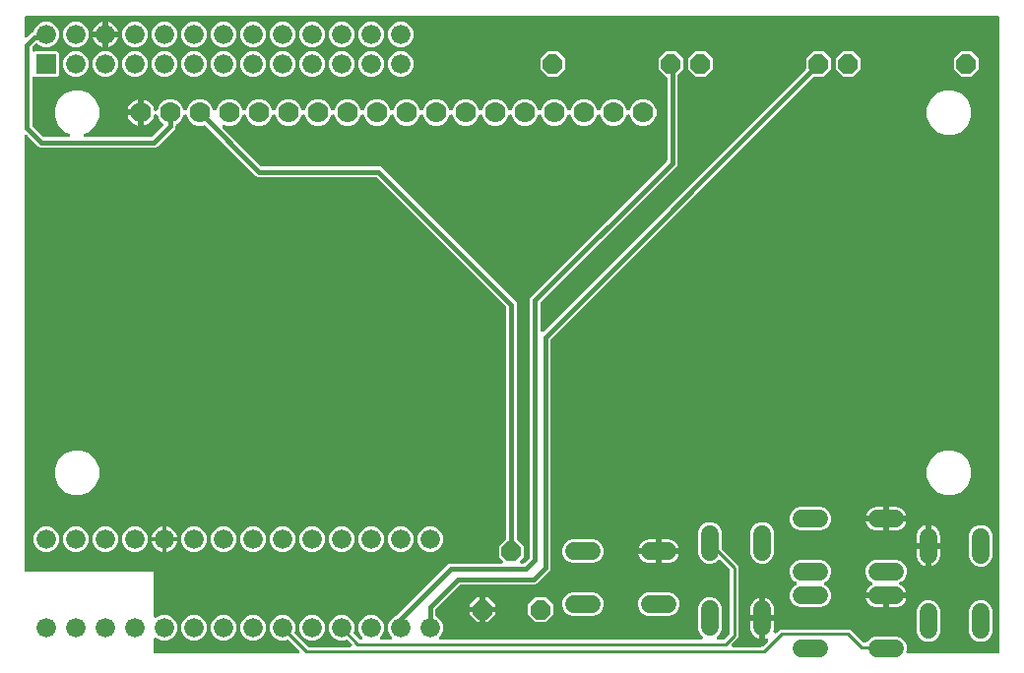
<source format=gbr>
G04 EAGLE Gerber RS-274X export*
G75*
%MOMM*%
%FSLAX34Y34*%
%LPD*%
%INTop Copper*%
%IPPOS*%
%AMOC8*
5,1,8,0,0,1.08239X$1,22.5*%
G01*
%ADD10C,1.676400*%
%ADD11C,1.524000*%
%ADD12P,1.814519X8X22.500000*%
%ADD13P,1.814519X8X202.500000*%
%ADD14C,1.778000*%
%ADD15R,1.676400X1.676400*%
%ADD16C,0.406400*%
%ADD17C,0.254000*%

G36*
X842417Y6989D02*
X842417Y6989D01*
X842443Y6987D01*
X842590Y7009D01*
X842737Y7026D01*
X842762Y7034D01*
X842788Y7038D01*
X842926Y7093D01*
X843065Y7143D01*
X843087Y7157D01*
X843112Y7167D01*
X843233Y7252D01*
X843358Y7332D01*
X843376Y7351D01*
X843398Y7366D01*
X843497Y7476D01*
X843600Y7583D01*
X843614Y7605D01*
X843631Y7625D01*
X843703Y7755D01*
X843779Y7882D01*
X843787Y7907D01*
X843800Y7930D01*
X843840Y8073D01*
X843885Y8214D01*
X843887Y8240D01*
X843895Y8265D01*
X843914Y8509D01*
X843914Y554031D01*
X843911Y554057D01*
X843913Y554083D01*
X843891Y554230D01*
X843874Y554377D01*
X843866Y554402D01*
X843862Y554428D01*
X843807Y554566D01*
X843757Y554705D01*
X843743Y554727D01*
X843733Y554752D01*
X843648Y554873D01*
X843568Y554998D01*
X843549Y555016D01*
X843534Y555038D01*
X843424Y555137D01*
X843317Y555240D01*
X843295Y555254D01*
X843275Y555271D01*
X843145Y555343D01*
X843018Y555419D01*
X842993Y555427D01*
X842970Y555440D01*
X842827Y555480D01*
X842686Y555525D01*
X842660Y555527D01*
X842635Y555535D01*
X842391Y555554D01*
X6869Y555554D01*
X6843Y555551D01*
X6817Y555553D01*
X6670Y555531D01*
X6523Y555514D01*
X6498Y555506D01*
X6472Y555502D01*
X6334Y555447D01*
X6195Y555397D01*
X6173Y555383D01*
X6148Y555373D01*
X6027Y555288D01*
X5902Y555208D01*
X5884Y555189D01*
X5862Y555174D01*
X5763Y555064D01*
X5660Y554957D01*
X5646Y554935D01*
X5629Y554915D01*
X5557Y554785D01*
X5481Y554658D01*
X5473Y554633D01*
X5460Y554610D01*
X5420Y554467D01*
X5375Y554326D01*
X5373Y554300D01*
X5365Y554275D01*
X5346Y554031D01*
X5346Y538730D01*
X5357Y538630D01*
X5359Y538530D01*
X5377Y538458D01*
X5386Y538384D01*
X5419Y538289D01*
X5444Y538192D01*
X5478Y538126D01*
X5503Y538056D01*
X5558Y537971D01*
X5604Y537882D01*
X5652Y537825D01*
X5692Y537763D01*
X5764Y537693D01*
X5829Y537617D01*
X5889Y537572D01*
X5943Y537521D01*
X6029Y537469D01*
X6110Y537409D01*
X6178Y537380D01*
X6242Y537342D01*
X6338Y537311D01*
X6430Y537271D01*
X6503Y537258D01*
X6574Y537236D01*
X6674Y537228D01*
X6773Y537210D01*
X6847Y537214D01*
X6921Y537208D01*
X7021Y537223D01*
X7121Y537228D01*
X7192Y537248D01*
X7266Y537259D01*
X7359Y537296D01*
X7456Y537324D01*
X7521Y537361D01*
X7590Y537388D01*
X7672Y537445D01*
X7760Y537494D01*
X7836Y537560D01*
X7876Y537587D01*
X7900Y537613D01*
X7946Y537653D01*
X9879Y539586D01*
X11380Y541087D01*
X12585Y541586D01*
X12695Y541647D01*
X12809Y541701D01*
X12847Y541732D01*
X12889Y541755D01*
X12983Y541840D01*
X13082Y541919D01*
X13112Y541957D01*
X13148Y541989D01*
X13219Y542093D01*
X13298Y542192D01*
X13325Y542247D01*
X13346Y542276D01*
X13363Y542321D01*
X13409Y542410D01*
X14870Y545937D01*
X17943Y549010D01*
X21957Y550673D01*
X26303Y550673D01*
X30317Y549010D01*
X33390Y545937D01*
X35053Y541923D01*
X35053Y537577D01*
X33390Y533563D01*
X30317Y530490D01*
X26303Y528827D01*
X21957Y528827D01*
X17943Y530490D01*
X16907Y531526D01*
X16886Y531542D01*
X16869Y531562D01*
X16750Y531650D01*
X16634Y531743D01*
X16610Y531754D01*
X16589Y531769D01*
X16453Y531828D01*
X16319Y531891D01*
X16293Y531897D01*
X16269Y531907D01*
X16123Y531934D01*
X15978Y531965D01*
X15952Y531964D01*
X15926Y531969D01*
X15778Y531961D01*
X15630Y531959D01*
X15604Y531952D01*
X15578Y531951D01*
X15436Y531910D01*
X15292Y531874D01*
X15268Y531862D01*
X15243Y531855D01*
X15114Y531782D01*
X14982Y531714D01*
X14962Y531697D01*
X14939Y531684D01*
X14753Y531526D01*
X12639Y529412D01*
X12560Y529313D01*
X12476Y529219D01*
X12452Y529177D01*
X12422Y529139D01*
X12368Y529025D01*
X12307Y528914D01*
X12294Y528868D01*
X12273Y528824D01*
X12247Y528701D01*
X12212Y528579D01*
X12207Y528518D01*
X12200Y528483D01*
X12201Y528435D01*
X12193Y528335D01*
X12193Y526447D01*
X12204Y526348D01*
X12206Y526247D01*
X12224Y526175D01*
X12233Y526101D01*
X12266Y526007D01*
X12291Y525909D01*
X12325Y525843D01*
X12350Y525773D01*
X12405Y525689D01*
X12451Y525599D01*
X12499Y525543D01*
X12539Y525480D01*
X12611Y525410D01*
X12676Y525334D01*
X12736Y525290D01*
X12790Y525238D01*
X12876Y525186D01*
X12957Y525127D01*
X13025Y525097D01*
X13089Y525059D01*
X13184Y525029D01*
X13277Y524989D01*
X13350Y524976D01*
X13421Y524953D01*
X13521Y524945D01*
X13620Y524927D01*
X13694Y524931D01*
X13768Y524925D01*
X13867Y524940D01*
X13968Y524945D01*
X14039Y524966D01*
X14113Y524977D01*
X14206Y525014D01*
X14303Y525042D01*
X14368Y525078D01*
X14437Y525105D01*
X14519Y525163D01*
X14607Y525212D01*
X14679Y525273D01*
X33564Y525273D01*
X35053Y523784D01*
X35053Y504916D01*
X33564Y503427D01*
X14678Y503427D01*
X14642Y503462D01*
X14578Y503500D01*
X14520Y503546D01*
X14429Y503589D01*
X14343Y503641D01*
X14272Y503664D01*
X14205Y503695D01*
X14107Y503716D01*
X14011Y503747D01*
X13937Y503753D01*
X13864Y503769D01*
X13764Y503767D01*
X13664Y503775D01*
X13590Y503764D01*
X13516Y503763D01*
X13418Y503738D01*
X13319Y503723D01*
X13250Y503696D01*
X13178Y503678D01*
X13089Y503632D01*
X12995Y503595D01*
X12934Y503552D01*
X12868Y503518D01*
X12792Y503453D01*
X12709Y503396D01*
X12659Y503341D01*
X12603Y503292D01*
X12543Y503211D01*
X12476Y503137D01*
X12440Y503072D01*
X12395Y503012D01*
X12356Y502920D01*
X12307Y502832D01*
X12287Y502760D01*
X12257Y502692D01*
X12240Y502593D01*
X12212Y502496D01*
X12204Y502396D01*
X12196Y502349D01*
X12198Y502313D01*
X12193Y502253D01*
X12193Y462265D01*
X12207Y462139D01*
X12214Y462013D01*
X12227Y461967D01*
X12233Y461919D01*
X12275Y461800D01*
X12310Y461678D01*
X12334Y461636D01*
X12350Y461591D01*
X12419Y461484D01*
X12480Y461374D01*
X12520Y461328D01*
X12539Y461298D01*
X12574Y461264D01*
X12639Y461188D01*
X21768Y452059D01*
X21867Y451980D01*
X21961Y451896D01*
X22003Y451872D01*
X22041Y451842D01*
X22155Y451788D01*
X22266Y451727D01*
X22312Y451714D01*
X22356Y451693D01*
X22479Y451667D01*
X22601Y451632D01*
X22662Y451627D01*
X22697Y451620D01*
X22745Y451621D01*
X22845Y451613D01*
X43358Y451613D01*
X43408Y451618D01*
X43458Y451616D01*
X43581Y451638D01*
X43704Y451653D01*
X43752Y451670D01*
X43801Y451679D01*
X43915Y451728D01*
X44032Y451770D01*
X44075Y451797D01*
X44121Y451817D01*
X44221Y451892D01*
X44325Y451959D01*
X44360Y451995D01*
X44401Y452025D01*
X44481Y452120D01*
X44567Y452210D01*
X44593Y452253D01*
X44626Y452291D01*
X44683Y452402D01*
X44746Y452509D01*
X44762Y452557D01*
X44785Y452602D01*
X44815Y452722D01*
X44853Y452841D01*
X44857Y452891D01*
X44869Y452940D01*
X44871Y453064D01*
X44880Y453188D01*
X44873Y453238D01*
X44874Y453288D01*
X44847Y453410D01*
X44829Y453533D01*
X44810Y453580D01*
X44799Y453629D01*
X44746Y453741D01*
X44700Y453857D01*
X44671Y453898D01*
X44650Y453944D01*
X44572Y454041D01*
X44501Y454143D01*
X44464Y454177D01*
X44432Y454216D01*
X44335Y454293D01*
X44242Y454376D01*
X44198Y454401D01*
X44159Y454432D01*
X43941Y454543D01*
X39642Y456324D01*
X34274Y461692D01*
X31369Y468705D01*
X31369Y476295D01*
X34274Y483308D01*
X39642Y488676D01*
X46655Y491581D01*
X54245Y491581D01*
X61258Y488676D01*
X66626Y483308D01*
X69531Y476295D01*
X69531Y468705D01*
X66626Y461692D01*
X61258Y456324D01*
X56959Y454543D01*
X56915Y454519D01*
X56868Y454502D01*
X56763Y454434D01*
X56654Y454374D01*
X56617Y454340D01*
X56575Y454313D01*
X56488Y454223D01*
X56396Y454140D01*
X56368Y454098D01*
X56333Y454062D01*
X56269Y453955D01*
X56198Y453853D01*
X56179Y453806D01*
X56154Y453763D01*
X56116Y453644D01*
X56070Y453529D01*
X56063Y453479D01*
X56047Y453431D01*
X56038Y453307D01*
X56019Y453184D01*
X56024Y453134D01*
X56020Y453084D01*
X56038Y452961D01*
X56048Y452837D01*
X56064Y452789D01*
X56071Y452739D01*
X56117Y452624D01*
X56155Y452505D01*
X56181Y452462D01*
X56200Y452415D01*
X56271Y452313D01*
X56335Y452207D01*
X56370Y452170D01*
X56399Y452129D01*
X56491Y452046D01*
X56578Y451957D01*
X56620Y451929D01*
X56658Y451896D01*
X56767Y451836D01*
X56871Y451768D01*
X56919Y451751D01*
X56963Y451727D01*
X57083Y451693D01*
X57200Y451652D01*
X57250Y451646D01*
X57298Y451632D01*
X57542Y451613D01*
X114315Y451613D01*
X114441Y451627D01*
X114567Y451634D01*
X114613Y451647D01*
X114661Y451653D01*
X114780Y451695D01*
X114902Y451730D01*
X114944Y451754D01*
X114989Y451770D01*
X115096Y451839D01*
X115206Y451900D01*
X115252Y451940D01*
X115282Y451959D01*
X115316Y451994D01*
X115392Y452059D01*
X124182Y460849D01*
X124198Y460869D01*
X124218Y460886D01*
X124306Y461006D01*
X124398Y461122D01*
X124410Y461145D01*
X124425Y461166D01*
X124484Y461303D01*
X124547Y461437D01*
X124553Y461462D01*
X124563Y461486D01*
X124589Y461633D01*
X124621Y461777D01*
X124620Y461803D01*
X124625Y461829D01*
X124617Y461978D01*
X124615Y462126D01*
X124608Y462151D01*
X124607Y462177D01*
X124566Y462320D01*
X124530Y462464D01*
X124518Y462487D01*
X124510Y462512D01*
X124438Y462642D01*
X124370Y462774D01*
X124353Y462794D01*
X124340Y462816D01*
X124182Y463003D01*
X121160Y466025D01*
X119492Y470050D01*
X119417Y470186D01*
X119345Y470324D01*
X119341Y470327D01*
X119340Y470330D01*
X119331Y470341D01*
X119323Y470354D01*
X119218Y470470D01*
X119117Y470587D01*
X119113Y470591D01*
X119110Y470593D01*
X119100Y470601D01*
X119089Y470613D01*
X118961Y470701D01*
X118835Y470793D01*
X118830Y470795D01*
X118828Y470797D01*
X118816Y470802D01*
X118802Y470811D01*
X118657Y470868D01*
X118514Y470928D01*
X118508Y470929D01*
X118506Y470931D01*
X118493Y470933D01*
X118478Y470939D01*
X118324Y470961D01*
X118171Y470988D01*
X118165Y470987D01*
X118162Y470988D01*
X118149Y470987D01*
X118133Y470989D01*
X117978Y470977D01*
X117823Y470967D01*
X117817Y470966D01*
X117814Y470966D01*
X117802Y470962D01*
X117786Y470961D01*
X117638Y470913D01*
X117489Y470869D01*
X117484Y470866D01*
X117481Y470865D01*
X117469Y470858D01*
X117454Y470853D01*
X117321Y470773D01*
X117186Y470696D01*
X117182Y470693D01*
X117179Y470691D01*
X117169Y470682D01*
X117156Y470674D01*
X117044Y470566D01*
X116930Y470460D01*
X116927Y470455D01*
X116924Y470453D01*
X116917Y470442D01*
X116906Y470431D01*
X116822Y470300D01*
X116734Y470171D01*
X116733Y470166D01*
X116730Y470163D01*
X116724Y470148D01*
X116717Y470138D01*
X116704Y470099D01*
X116636Y469937D01*
X116043Y468112D01*
X115226Y466509D01*
X114169Y465053D01*
X112897Y463781D01*
X111441Y462724D01*
X109838Y461907D01*
X108127Y461351D01*
X107949Y461323D01*
X107949Y471524D01*
X107946Y471550D01*
X107948Y471576D01*
X107926Y471723D01*
X107909Y471870D01*
X107901Y471895D01*
X107897Y471921D01*
X107842Y472058D01*
X107792Y472198D01*
X107778Y472220D01*
X107768Y472245D01*
X107683Y472366D01*
X107603Y472491D01*
X107590Y472503D01*
X107635Y472550D01*
X107649Y472573D01*
X107666Y472592D01*
X107738Y472722D01*
X107814Y472849D01*
X107822Y472874D01*
X107835Y472897D01*
X107875Y473040D01*
X107920Y473181D01*
X107922Y473207D01*
X107930Y473232D01*
X107949Y473476D01*
X107949Y483677D01*
X108127Y483649D01*
X109838Y483093D01*
X111441Y482276D01*
X112897Y481219D01*
X114169Y479947D01*
X115226Y478491D01*
X116043Y476888D01*
X116636Y475063D01*
X116638Y475059D01*
X116639Y475054D01*
X116704Y474914D01*
X116767Y474770D01*
X116776Y474758D01*
X116781Y474746D01*
X116784Y474743D01*
X116786Y474738D01*
X116881Y474616D01*
X116974Y474491D01*
X116986Y474481D01*
X116994Y474470D01*
X116997Y474468D01*
X117001Y474463D01*
X117121Y474366D01*
X117240Y474265D01*
X117254Y474258D01*
X117265Y474250D01*
X117268Y474248D01*
X117272Y474245D01*
X117413Y474177D01*
X117551Y474107D01*
X117566Y474103D01*
X117578Y474097D01*
X117581Y474096D01*
X117586Y474094D01*
X117739Y474060D01*
X117889Y474023D01*
X117905Y474022D01*
X117918Y474019D01*
X117921Y474019D01*
X117926Y474018D01*
X118082Y474020D01*
X118237Y474017D01*
X118253Y474021D01*
X118266Y474021D01*
X118269Y474022D01*
X118275Y474022D01*
X118426Y474059D01*
X118578Y474092D01*
X118592Y474099D01*
X118605Y474102D01*
X118608Y474103D01*
X118613Y474104D01*
X118752Y474175D01*
X118893Y474241D01*
X118905Y474252D01*
X118917Y474257D01*
X118919Y474259D01*
X118924Y474262D01*
X119044Y474362D01*
X119165Y474459D01*
X119175Y474471D01*
X119185Y474480D01*
X119187Y474482D01*
X119191Y474486D01*
X119284Y474610D01*
X119381Y474732D01*
X119389Y474749D01*
X119396Y474758D01*
X119397Y474761D01*
X119400Y474765D01*
X119418Y474804D01*
X119492Y474950D01*
X121160Y478975D01*
X124375Y482190D01*
X128576Y483931D01*
X133124Y483931D01*
X137325Y482190D01*
X140540Y478975D01*
X142143Y475107D01*
X142191Y475019D01*
X142231Y474927D01*
X142276Y474867D01*
X142312Y474802D01*
X142380Y474728D01*
X142439Y474647D01*
X142496Y474599D01*
X142546Y474544D01*
X142629Y474487D01*
X142705Y474422D01*
X142772Y474388D01*
X142833Y474346D01*
X142926Y474309D01*
X143016Y474263D01*
X143088Y474245D01*
X143157Y474218D01*
X143256Y474204D01*
X143354Y474179D01*
X143428Y474178D01*
X143502Y474167D01*
X143602Y474176D01*
X143702Y474174D01*
X143775Y474190D01*
X143849Y474196D01*
X143945Y474227D01*
X144043Y474249D01*
X144110Y474280D01*
X144181Y474303D01*
X144267Y474355D01*
X144358Y474398D01*
X144416Y474445D01*
X144479Y474483D01*
X144552Y474553D01*
X144630Y474616D01*
X144676Y474674D01*
X144729Y474726D01*
X144784Y474810D01*
X144846Y474889D01*
X144892Y474979D01*
X144918Y475019D01*
X144930Y475053D01*
X144957Y475107D01*
X146560Y478975D01*
X149775Y482190D01*
X153976Y483931D01*
X158524Y483931D01*
X162725Y482190D01*
X165940Y478975D01*
X167543Y475107D01*
X167591Y475019D01*
X167631Y474927D01*
X167676Y474867D01*
X167712Y474802D01*
X167780Y474728D01*
X167839Y474647D01*
X167896Y474599D01*
X167946Y474544D01*
X168029Y474487D01*
X168105Y474422D01*
X168172Y474388D01*
X168233Y474346D01*
X168326Y474309D01*
X168416Y474263D01*
X168488Y474245D01*
X168557Y474218D01*
X168656Y474204D01*
X168754Y474179D01*
X168828Y474178D01*
X168902Y474167D01*
X169002Y474176D01*
X169102Y474174D01*
X169175Y474190D01*
X169249Y474196D01*
X169345Y474227D01*
X169443Y474249D01*
X169510Y474280D01*
X169581Y474303D01*
X169667Y474355D01*
X169758Y474398D01*
X169816Y474445D01*
X169879Y474483D01*
X169952Y474553D01*
X170030Y474616D01*
X170076Y474674D01*
X170129Y474726D01*
X170184Y474810D01*
X170246Y474889D01*
X170292Y474979D01*
X170318Y475019D01*
X170330Y475053D01*
X170357Y475107D01*
X171960Y478975D01*
X175175Y482190D01*
X179376Y483931D01*
X183924Y483931D01*
X188125Y482190D01*
X191340Y478975D01*
X192943Y475107D01*
X192991Y475019D01*
X193031Y474927D01*
X193076Y474867D01*
X193112Y474802D01*
X193179Y474728D01*
X193239Y474647D01*
X193296Y474599D01*
X193346Y474544D01*
X193429Y474487D01*
X193505Y474422D01*
X193572Y474388D01*
X193633Y474346D01*
X193726Y474309D01*
X193816Y474263D01*
X193888Y474246D01*
X193957Y474218D01*
X194056Y474204D01*
X194154Y474179D01*
X194228Y474178D01*
X194302Y474167D01*
X194402Y474176D01*
X194502Y474174D01*
X194575Y474190D01*
X194649Y474196D01*
X194745Y474227D01*
X194843Y474249D01*
X194910Y474281D01*
X194981Y474303D01*
X195067Y474355D01*
X195158Y474398D01*
X195216Y474445D01*
X195279Y474483D01*
X195352Y474553D01*
X195430Y474616D01*
X195476Y474674D01*
X195529Y474726D01*
X195584Y474810D01*
X195646Y474889D01*
X195692Y474979D01*
X195718Y475019D01*
X195730Y475053D01*
X195757Y475107D01*
X197360Y478975D01*
X200575Y482190D01*
X204776Y483931D01*
X209324Y483931D01*
X213525Y482190D01*
X216740Y478975D01*
X218343Y475107D01*
X218391Y475019D01*
X218431Y474927D01*
X218476Y474867D01*
X218512Y474802D01*
X218579Y474728D01*
X218639Y474647D01*
X218696Y474599D01*
X218746Y474544D01*
X218829Y474487D01*
X218905Y474422D01*
X218972Y474388D01*
X219033Y474346D01*
X219126Y474309D01*
X219216Y474263D01*
X219288Y474246D01*
X219357Y474218D01*
X219456Y474204D01*
X219554Y474179D01*
X219628Y474178D01*
X219702Y474167D01*
X219802Y474176D01*
X219902Y474174D01*
X219975Y474190D01*
X220049Y474196D01*
X220145Y474227D01*
X220243Y474249D01*
X220310Y474281D01*
X220381Y474303D01*
X220467Y474355D01*
X220558Y474398D01*
X220616Y474445D01*
X220679Y474483D01*
X220752Y474553D01*
X220830Y474616D01*
X220876Y474674D01*
X220929Y474726D01*
X220984Y474810D01*
X221046Y474889D01*
X221092Y474979D01*
X221118Y475019D01*
X221130Y475053D01*
X221157Y475107D01*
X222760Y478975D01*
X225975Y482190D01*
X230176Y483931D01*
X234724Y483931D01*
X238925Y482190D01*
X242140Y478975D01*
X243743Y475107D01*
X243791Y475019D01*
X243831Y474927D01*
X243876Y474867D01*
X243912Y474802D01*
X243979Y474728D01*
X244039Y474647D01*
X244096Y474599D01*
X244146Y474544D01*
X244229Y474487D01*
X244305Y474422D01*
X244372Y474388D01*
X244433Y474346D01*
X244526Y474309D01*
X244616Y474263D01*
X244688Y474246D01*
X244757Y474218D01*
X244856Y474204D01*
X244954Y474179D01*
X245028Y474178D01*
X245102Y474167D01*
X245202Y474176D01*
X245302Y474174D01*
X245375Y474190D01*
X245449Y474196D01*
X245545Y474227D01*
X245643Y474249D01*
X245710Y474281D01*
X245781Y474303D01*
X245867Y474355D01*
X245958Y474398D01*
X246016Y474445D01*
X246079Y474483D01*
X246152Y474553D01*
X246230Y474616D01*
X246276Y474674D01*
X246329Y474726D01*
X246384Y474810D01*
X246446Y474889D01*
X246492Y474979D01*
X246518Y475019D01*
X246530Y475053D01*
X246557Y475107D01*
X248160Y478975D01*
X251375Y482190D01*
X255576Y483931D01*
X260124Y483931D01*
X264325Y482190D01*
X267540Y478975D01*
X269143Y475107D01*
X269191Y475019D01*
X269231Y474927D01*
X269276Y474867D01*
X269312Y474802D01*
X269379Y474728D01*
X269439Y474647D01*
X269496Y474599D01*
X269546Y474544D01*
X269629Y474487D01*
X269705Y474422D01*
X269772Y474388D01*
X269833Y474346D01*
X269926Y474309D01*
X270016Y474263D01*
X270088Y474246D01*
X270157Y474218D01*
X270256Y474204D01*
X270354Y474179D01*
X270428Y474178D01*
X270502Y474167D01*
X270602Y474176D01*
X270702Y474174D01*
X270775Y474190D01*
X270849Y474196D01*
X270945Y474227D01*
X271043Y474249D01*
X271110Y474281D01*
X271181Y474303D01*
X271267Y474355D01*
X271358Y474398D01*
X271416Y474445D01*
X271479Y474483D01*
X271552Y474553D01*
X271630Y474616D01*
X271676Y474674D01*
X271729Y474726D01*
X271784Y474810D01*
X271846Y474889D01*
X271892Y474979D01*
X271918Y475019D01*
X271930Y475053D01*
X271957Y475107D01*
X273560Y478975D01*
X276775Y482190D01*
X280976Y483931D01*
X285524Y483931D01*
X289725Y482190D01*
X292940Y478975D01*
X294543Y475107D01*
X294591Y475019D01*
X294631Y474927D01*
X294676Y474867D01*
X294712Y474802D01*
X294779Y474728D01*
X294839Y474647D01*
X294896Y474599D01*
X294946Y474544D01*
X295029Y474487D01*
X295105Y474422D01*
X295172Y474388D01*
X295233Y474346D01*
X295326Y474309D01*
X295416Y474263D01*
X295488Y474246D01*
X295557Y474218D01*
X295656Y474204D01*
X295754Y474179D01*
X295828Y474178D01*
X295902Y474167D01*
X296002Y474176D01*
X296102Y474174D01*
X296175Y474190D01*
X296249Y474196D01*
X296345Y474227D01*
X296443Y474249D01*
X296510Y474281D01*
X296581Y474303D01*
X296667Y474355D01*
X296758Y474398D01*
X296816Y474445D01*
X296879Y474483D01*
X296952Y474553D01*
X297030Y474616D01*
X297076Y474674D01*
X297129Y474726D01*
X297184Y474810D01*
X297246Y474889D01*
X297292Y474979D01*
X297318Y475019D01*
X297330Y475053D01*
X297357Y475107D01*
X298960Y478975D01*
X302175Y482190D01*
X306376Y483931D01*
X310924Y483931D01*
X315125Y482190D01*
X318340Y478975D01*
X319943Y475107D01*
X319991Y475019D01*
X320031Y474927D01*
X320076Y474867D01*
X320112Y474802D01*
X320179Y474728D01*
X320239Y474647D01*
X320296Y474599D01*
X320346Y474544D01*
X320429Y474487D01*
X320505Y474422D01*
X320572Y474388D01*
X320633Y474346D01*
X320726Y474309D01*
X320816Y474263D01*
X320888Y474246D01*
X320957Y474218D01*
X321056Y474204D01*
X321154Y474179D01*
X321228Y474178D01*
X321302Y474167D01*
X321402Y474176D01*
X321502Y474174D01*
X321575Y474190D01*
X321649Y474196D01*
X321745Y474227D01*
X321843Y474249D01*
X321910Y474281D01*
X321981Y474303D01*
X322067Y474355D01*
X322158Y474398D01*
X322216Y474445D01*
X322279Y474483D01*
X322352Y474553D01*
X322430Y474616D01*
X322476Y474674D01*
X322529Y474726D01*
X322584Y474810D01*
X322646Y474889D01*
X322692Y474979D01*
X322718Y475019D01*
X322730Y475053D01*
X322757Y475107D01*
X324360Y478975D01*
X327575Y482190D01*
X331776Y483931D01*
X336324Y483931D01*
X340525Y482190D01*
X343740Y478975D01*
X345343Y475107D01*
X345391Y475019D01*
X345431Y474927D01*
X345476Y474867D01*
X345512Y474802D01*
X345579Y474728D01*
X345639Y474647D01*
X345696Y474599D01*
X345746Y474544D01*
X345829Y474487D01*
X345905Y474422D01*
X345972Y474388D01*
X346033Y474346D01*
X346126Y474309D01*
X346216Y474263D01*
X346288Y474246D01*
X346357Y474218D01*
X346456Y474204D01*
X346554Y474179D01*
X346628Y474178D01*
X346702Y474167D01*
X346802Y474176D01*
X346902Y474174D01*
X346975Y474190D01*
X347049Y474196D01*
X347145Y474227D01*
X347243Y474249D01*
X347310Y474281D01*
X347381Y474303D01*
X347467Y474355D01*
X347558Y474398D01*
X347616Y474445D01*
X347679Y474483D01*
X347752Y474553D01*
X347830Y474616D01*
X347876Y474674D01*
X347929Y474726D01*
X347984Y474810D01*
X348046Y474889D01*
X348092Y474979D01*
X348118Y475019D01*
X348130Y475053D01*
X348157Y475107D01*
X349760Y478975D01*
X352975Y482190D01*
X357176Y483931D01*
X361724Y483931D01*
X365925Y482190D01*
X369140Y478975D01*
X370743Y475107D01*
X370791Y475019D01*
X370831Y474927D01*
X370876Y474867D01*
X370912Y474802D01*
X370979Y474728D01*
X371039Y474647D01*
X371096Y474599D01*
X371146Y474544D01*
X371229Y474487D01*
X371305Y474422D01*
X371372Y474388D01*
X371433Y474346D01*
X371526Y474309D01*
X371616Y474263D01*
X371688Y474246D01*
X371757Y474218D01*
X371856Y474204D01*
X371954Y474179D01*
X372028Y474178D01*
X372102Y474167D01*
X372202Y474176D01*
X372302Y474174D01*
X372375Y474190D01*
X372449Y474196D01*
X372545Y474227D01*
X372643Y474249D01*
X372710Y474281D01*
X372781Y474303D01*
X372867Y474355D01*
X372958Y474398D01*
X373016Y474445D01*
X373079Y474483D01*
X373152Y474553D01*
X373230Y474616D01*
X373276Y474674D01*
X373329Y474726D01*
X373384Y474810D01*
X373446Y474889D01*
X373492Y474979D01*
X373518Y475019D01*
X373530Y475053D01*
X373557Y475107D01*
X375160Y478975D01*
X378375Y482190D01*
X382576Y483931D01*
X387124Y483931D01*
X391325Y482190D01*
X394540Y478975D01*
X396143Y475107D01*
X396191Y475019D01*
X396231Y474927D01*
X396276Y474867D01*
X396312Y474802D01*
X396379Y474728D01*
X396439Y474647D01*
X396496Y474599D01*
X396546Y474544D01*
X396629Y474487D01*
X396705Y474422D01*
X396772Y474388D01*
X396833Y474346D01*
X396926Y474309D01*
X397016Y474263D01*
X397088Y474246D01*
X397157Y474218D01*
X397256Y474204D01*
X397354Y474179D01*
X397428Y474178D01*
X397502Y474167D01*
X397602Y474176D01*
X397702Y474174D01*
X397775Y474190D01*
X397849Y474196D01*
X397945Y474227D01*
X398043Y474249D01*
X398110Y474281D01*
X398181Y474303D01*
X398267Y474355D01*
X398358Y474398D01*
X398416Y474445D01*
X398479Y474483D01*
X398552Y474553D01*
X398630Y474616D01*
X398676Y474674D01*
X398729Y474726D01*
X398784Y474810D01*
X398846Y474889D01*
X398892Y474979D01*
X398918Y475019D01*
X398930Y475053D01*
X398957Y475107D01*
X400560Y478975D01*
X403775Y482190D01*
X407976Y483931D01*
X412524Y483931D01*
X416725Y482190D01*
X419940Y478975D01*
X421543Y475107D01*
X421591Y475019D01*
X421631Y474927D01*
X421676Y474867D01*
X421712Y474802D01*
X421779Y474728D01*
X421839Y474647D01*
X421896Y474599D01*
X421946Y474544D01*
X422029Y474487D01*
X422105Y474422D01*
X422172Y474388D01*
X422233Y474346D01*
X422326Y474309D01*
X422416Y474263D01*
X422488Y474246D01*
X422557Y474218D01*
X422656Y474204D01*
X422754Y474179D01*
X422828Y474178D01*
X422902Y474167D01*
X423002Y474176D01*
X423102Y474174D01*
X423175Y474190D01*
X423249Y474196D01*
X423345Y474227D01*
X423443Y474249D01*
X423510Y474281D01*
X423581Y474303D01*
X423667Y474355D01*
X423758Y474398D01*
X423816Y474445D01*
X423879Y474483D01*
X423952Y474553D01*
X424030Y474616D01*
X424076Y474674D01*
X424129Y474726D01*
X424184Y474810D01*
X424246Y474889D01*
X424292Y474979D01*
X424318Y475019D01*
X424330Y475053D01*
X424357Y475107D01*
X425960Y478975D01*
X429175Y482190D01*
X433376Y483931D01*
X437924Y483931D01*
X442125Y482190D01*
X445340Y478975D01*
X446943Y475107D01*
X446991Y475019D01*
X447031Y474927D01*
X447076Y474867D01*
X447112Y474802D01*
X447179Y474728D01*
X447239Y474647D01*
X447296Y474599D01*
X447346Y474544D01*
X447429Y474487D01*
X447505Y474422D01*
X447572Y474388D01*
X447633Y474346D01*
X447726Y474309D01*
X447816Y474263D01*
X447888Y474246D01*
X447957Y474218D01*
X448056Y474204D01*
X448154Y474179D01*
X448228Y474178D01*
X448302Y474167D01*
X448402Y474176D01*
X448502Y474174D01*
X448575Y474190D01*
X448649Y474196D01*
X448745Y474227D01*
X448843Y474249D01*
X448910Y474281D01*
X448981Y474303D01*
X449067Y474355D01*
X449158Y474398D01*
X449216Y474445D01*
X449279Y474483D01*
X449352Y474553D01*
X449430Y474616D01*
X449476Y474674D01*
X449529Y474726D01*
X449584Y474810D01*
X449646Y474889D01*
X449692Y474979D01*
X449718Y475019D01*
X449730Y475053D01*
X449757Y475107D01*
X451360Y478975D01*
X454575Y482190D01*
X458776Y483931D01*
X463324Y483931D01*
X467525Y482190D01*
X470740Y478975D01*
X472343Y475107D01*
X472392Y475019D01*
X472432Y474927D01*
X472476Y474867D01*
X472512Y474802D01*
X472579Y474728D01*
X472639Y474647D01*
X472696Y474599D01*
X472746Y474544D01*
X472829Y474487D01*
X472905Y474422D01*
X472972Y474388D01*
X473033Y474346D01*
X473126Y474309D01*
X473216Y474263D01*
X473288Y474245D01*
X473357Y474218D01*
X473456Y474204D01*
X473554Y474179D01*
X473628Y474178D01*
X473702Y474167D01*
X473802Y474176D01*
X473902Y474174D01*
X473975Y474190D01*
X474049Y474196D01*
X474145Y474227D01*
X474243Y474249D01*
X474310Y474280D01*
X474381Y474303D01*
X474467Y474355D01*
X474558Y474398D01*
X474616Y474445D01*
X474679Y474483D01*
X474751Y474553D01*
X474830Y474616D01*
X474876Y474674D01*
X474929Y474726D01*
X474984Y474810D01*
X475046Y474889D01*
X475092Y474979D01*
X475118Y475019D01*
X475130Y475053D01*
X475157Y475107D01*
X476760Y478975D01*
X479975Y482190D01*
X484176Y483931D01*
X488724Y483931D01*
X492925Y482190D01*
X496140Y478975D01*
X497743Y475107D01*
X497791Y475019D01*
X497831Y474927D01*
X497876Y474867D01*
X497912Y474802D01*
X497980Y474728D01*
X498039Y474647D01*
X498096Y474599D01*
X498146Y474544D01*
X498229Y474487D01*
X498305Y474422D01*
X498372Y474388D01*
X498433Y474346D01*
X498526Y474309D01*
X498616Y474263D01*
X498688Y474245D01*
X498757Y474218D01*
X498856Y474204D01*
X498954Y474179D01*
X499028Y474178D01*
X499102Y474167D01*
X499202Y474176D01*
X499302Y474174D01*
X499375Y474190D01*
X499449Y474196D01*
X499545Y474227D01*
X499643Y474249D01*
X499710Y474280D01*
X499781Y474303D01*
X499867Y474355D01*
X499958Y474398D01*
X500016Y474445D01*
X500079Y474483D01*
X500152Y474553D01*
X500230Y474616D01*
X500276Y474674D01*
X500329Y474726D01*
X500384Y474810D01*
X500446Y474889D01*
X500492Y474979D01*
X500518Y475019D01*
X500530Y475053D01*
X500557Y475107D01*
X502160Y478975D01*
X505375Y482190D01*
X509576Y483931D01*
X514124Y483931D01*
X518325Y482190D01*
X521540Y478975D01*
X523143Y475107D01*
X523191Y475019D01*
X523231Y474927D01*
X523276Y474867D01*
X523312Y474802D01*
X523380Y474728D01*
X523439Y474647D01*
X523496Y474599D01*
X523546Y474544D01*
X523629Y474487D01*
X523705Y474422D01*
X523772Y474388D01*
X523833Y474346D01*
X523926Y474309D01*
X524016Y474263D01*
X524088Y474245D01*
X524157Y474218D01*
X524256Y474204D01*
X524354Y474179D01*
X524428Y474178D01*
X524502Y474167D01*
X524602Y474176D01*
X524702Y474174D01*
X524775Y474190D01*
X524849Y474196D01*
X524945Y474227D01*
X525043Y474249D01*
X525110Y474280D01*
X525181Y474303D01*
X525267Y474355D01*
X525358Y474398D01*
X525416Y474445D01*
X525479Y474483D01*
X525552Y474553D01*
X525630Y474616D01*
X525676Y474674D01*
X525729Y474726D01*
X525784Y474810D01*
X525846Y474889D01*
X525892Y474979D01*
X525918Y475019D01*
X525930Y475053D01*
X525957Y475107D01*
X527560Y478975D01*
X530775Y482190D01*
X534976Y483931D01*
X539524Y483931D01*
X543725Y482190D01*
X546940Y478975D01*
X548681Y474774D01*
X548681Y470226D01*
X546940Y466025D01*
X543725Y462810D01*
X539524Y461069D01*
X534976Y461069D01*
X530775Y462810D01*
X527560Y466025D01*
X525957Y469893D01*
X525909Y469981D01*
X525868Y470073D01*
X525824Y470133D01*
X525788Y470198D01*
X525721Y470272D01*
X525661Y470353D01*
X525604Y470401D01*
X525554Y470456D01*
X525471Y470513D01*
X525395Y470578D01*
X525328Y470612D01*
X525267Y470654D01*
X525174Y470691D01*
X525084Y470737D01*
X525012Y470755D01*
X524943Y470782D01*
X524844Y470796D01*
X524746Y470821D01*
X524672Y470822D01*
X524598Y470833D01*
X524498Y470824D01*
X524398Y470826D01*
X524325Y470810D01*
X524251Y470804D01*
X524155Y470773D01*
X524057Y470751D01*
X523990Y470720D01*
X523919Y470697D01*
X523833Y470645D01*
X523742Y470602D01*
X523684Y470555D01*
X523621Y470517D01*
X523549Y470447D01*
X523470Y470384D01*
X523424Y470326D01*
X523371Y470274D01*
X523316Y470190D01*
X523254Y470111D01*
X523208Y470021D01*
X523182Y469981D01*
X523170Y469947D01*
X523143Y469893D01*
X521540Y466025D01*
X518325Y462810D01*
X514124Y461069D01*
X509576Y461069D01*
X505375Y462810D01*
X502160Y466025D01*
X500557Y469893D01*
X500509Y469981D01*
X500468Y470073D01*
X500424Y470133D01*
X500388Y470198D01*
X500321Y470272D01*
X500261Y470353D01*
X500204Y470401D01*
X500154Y470456D01*
X500071Y470513D01*
X499995Y470578D01*
X499928Y470612D01*
X499867Y470654D01*
X499774Y470691D01*
X499684Y470737D01*
X499612Y470755D01*
X499543Y470782D01*
X499444Y470796D01*
X499346Y470821D01*
X499272Y470822D01*
X499198Y470833D01*
X499098Y470824D01*
X498998Y470826D01*
X498925Y470810D01*
X498851Y470804D01*
X498755Y470773D01*
X498657Y470751D01*
X498590Y470720D01*
X498519Y470697D01*
X498433Y470645D01*
X498342Y470602D01*
X498284Y470555D01*
X498221Y470517D01*
X498149Y470447D01*
X498070Y470384D01*
X498024Y470326D01*
X497971Y470274D01*
X497916Y470190D01*
X497854Y470111D01*
X497808Y470021D01*
X497782Y469981D01*
X497770Y469947D01*
X497743Y469893D01*
X496140Y466025D01*
X492925Y462810D01*
X488724Y461069D01*
X484176Y461069D01*
X479975Y462810D01*
X476760Y466025D01*
X475157Y469893D01*
X475109Y469981D01*
X475069Y470073D01*
X475024Y470133D01*
X474988Y470198D01*
X474920Y470272D01*
X474861Y470353D01*
X474804Y470401D01*
X474754Y470456D01*
X474671Y470513D01*
X474595Y470578D01*
X474528Y470612D01*
X474467Y470654D01*
X474374Y470691D01*
X474284Y470737D01*
X474212Y470755D01*
X474143Y470782D01*
X474044Y470796D01*
X473946Y470821D01*
X473872Y470822D01*
X473798Y470833D01*
X473698Y470824D01*
X473598Y470826D01*
X473525Y470810D01*
X473451Y470804D01*
X473355Y470773D01*
X473257Y470751D01*
X473190Y470720D01*
X473119Y470697D01*
X473033Y470645D01*
X472942Y470602D01*
X472884Y470555D01*
X472821Y470517D01*
X472748Y470447D01*
X472670Y470384D01*
X472624Y470326D01*
X472571Y470274D01*
X472516Y470190D01*
X472454Y470111D01*
X472408Y470021D01*
X472382Y469981D01*
X472370Y469947D01*
X472343Y469893D01*
X470740Y466025D01*
X467525Y462810D01*
X463324Y461069D01*
X458776Y461069D01*
X454575Y462810D01*
X451360Y466025D01*
X449757Y469893D01*
X449709Y469981D01*
X449668Y470073D01*
X449624Y470133D01*
X449588Y470198D01*
X449521Y470272D01*
X449461Y470353D01*
X449404Y470401D01*
X449354Y470456D01*
X449271Y470513D01*
X449195Y470578D01*
X449128Y470612D01*
X449067Y470654D01*
X448974Y470691D01*
X448884Y470737D01*
X448812Y470754D01*
X448743Y470782D01*
X448643Y470796D01*
X448546Y470821D01*
X448472Y470822D01*
X448398Y470833D01*
X448298Y470824D01*
X448198Y470826D01*
X448125Y470810D01*
X448051Y470804D01*
X447955Y470773D01*
X447857Y470751D01*
X447790Y470719D01*
X447719Y470697D01*
X447633Y470645D01*
X447542Y470602D01*
X447484Y470555D01*
X447421Y470517D01*
X447349Y470447D01*
X447270Y470384D01*
X447224Y470326D01*
X447171Y470274D01*
X447116Y470190D01*
X447054Y470111D01*
X447008Y470021D01*
X446982Y469981D01*
X446970Y469947D01*
X446943Y469893D01*
X445340Y466025D01*
X442125Y462810D01*
X437924Y461069D01*
X433376Y461069D01*
X429175Y462810D01*
X425960Y466025D01*
X424357Y469893D01*
X424309Y469981D01*
X424268Y470073D01*
X424224Y470133D01*
X424188Y470198D01*
X424121Y470272D01*
X424061Y470353D01*
X424004Y470401D01*
X423954Y470456D01*
X423871Y470513D01*
X423795Y470578D01*
X423728Y470612D01*
X423667Y470654D01*
X423574Y470691D01*
X423484Y470737D01*
X423412Y470754D01*
X423343Y470782D01*
X423243Y470796D01*
X423146Y470821D01*
X423072Y470822D01*
X422998Y470833D01*
X422898Y470824D01*
X422798Y470826D01*
X422725Y470810D01*
X422651Y470804D01*
X422555Y470773D01*
X422457Y470751D01*
X422390Y470719D01*
X422319Y470697D01*
X422233Y470645D01*
X422142Y470602D01*
X422084Y470555D01*
X422021Y470517D01*
X421949Y470447D01*
X421870Y470384D01*
X421824Y470326D01*
X421771Y470274D01*
X421716Y470190D01*
X421654Y470111D01*
X421608Y470021D01*
X421582Y469981D01*
X421570Y469947D01*
X421543Y469893D01*
X419940Y466025D01*
X416725Y462810D01*
X412524Y461069D01*
X407976Y461069D01*
X403775Y462810D01*
X400560Y466025D01*
X398957Y469893D01*
X398909Y469981D01*
X398868Y470073D01*
X398824Y470133D01*
X398788Y470198D01*
X398721Y470272D01*
X398661Y470353D01*
X398604Y470401D01*
X398554Y470456D01*
X398471Y470513D01*
X398395Y470578D01*
X398328Y470612D01*
X398267Y470654D01*
X398174Y470691D01*
X398084Y470737D01*
X398012Y470754D01*
X397943Y470782D01*
X397843Y470796D01*
X397746Y470821D01*
X397672Y470822D01*
X397598Y470833D01*
X397498Y470824D01*
X397398Y470826D01*
X397325Y470810D01*
X397251Y470804D01*
X397155Y470773D01*
X397057Y470751D01*
X396990Y470719D01*
X396919Y470697D01*
X396833Y470645D01*
X396742Y470602D01*
X396684Y470555D01*
X396621Y470517D01*
X396549Y470447D01*
X396470Y470384D01*
X396424Y470326D01*
X396371Y470274D01*
X396316Y470190D01*
X396254Y470111D01*
X396208Y470021D01*
X396182Y469981D01*
X396170Y469947D01*
X396143Y469893D01*
X394540Y466025D01*
X391325Y462810D01*
X387124Y461069D01*
X382576Y461069D01*
X378375Y462810D01*
X375160Y466025D01*
X373557Y469893D01*
X373509Y469981D01*
X373468Y470073D01*
X373424Y470133D01*
X373388Y470198D01*
X373321Y470272D01*
X373261Y470353D01*
X373204Y470401D01*
X373154Y470456D01*
X373071Y470513D01*
X372995Y470578D01*
X372928Y470612D01*
X372867Y470654D01*
X372774Y470691D01*
X372684Y470737D01*
X372612Y470754D01*
X372543Y470782D01*
X372443Y470796D01*
X372346Y470821D01*
X372272Y470822D01*
X372198Y470833D01*
X372098Y470824D01*
X371998Y470826D01*
X371925Y470810D01*
X371851Y470804D01*
X371755Y470773D01*
X371657Y470751D01*
X371590Y470719D01*
X371519Y470697D01*
X371433Y470645D01*
X371342Y470602D01*
X371284Y470555D01*
X371221Y470517D01*
X371149Y470447D01*
X371070Y470384D01*
X371024Y470326D01*
X370971Y470274D01*
X370916Y470190D01*
X370854Y470111D01*
X370808Y470021D01*
X370782Y469981D01*
X370770Y469947D01*
X370743Y469893D01*
X369140Y466025D01*
X365925Y462810D01*
X361724Y461069D01*
X357176Y461069D01*
X352975Y462810D01*
X349760Y466025D01*
X348157Y469893D01*
X348109Y469981D01*
X348068Y470073D01*
X348024Y470133D01*
X347988Y470198D01*
X347921Y470272D01*
X347861Y470353D01*
X347804Y470401D01*
X347754Y470456D01*
X347671Y470513D01*
X347595Y470578D01*
X347528Y470612D01*
X347467Y470654D01*
X347374Y470691D01*
X347284Y470737D01*
X347212Y470754D01*
X347143Y470782D01*
X347043Y470796D01*
X346946Y470821D01*
X346872Y470822D01*
X346798Y470833D01*
X346698Y470824D01*
X346598Y470826D01*
X346525Y470810D01*
X346451Y470804D01*
X346355Y470773D01*
X346257Y470751D01*
X346190Y470719D01*
X346119Y470697D01*
X346033Y470645D01*
X345942Y470602D01*
X345884Y470555D01*
X345821Y470517D01*
X345749Y470447D01*
X345670Y470384D01*
X345624Y470326D01*
X345571Y470274D01*
X345516Y470190D01*
X345454Y470111D01*
X345408Y470021D01*
X345382Y469981D01*
X345370Y469947D01*
X345343Y469893D01*
X343740Y466025D01*
X340525Y462810D01*
X336324Y461069D01*
X331776Y461069D01*
X327575Y462810D01*
X324360Y466025D01*
X322757Y469893D01*
X322709Y469981D01*
X322668Y470073D01*
X322624Y470133D01*
X322588Y470198D01*
X322521Y470272D01*
X322461Y470353D01*
X322404Y470401D01*
X322354Y470456D01*
X322271Y470513D01*
X322195Y470578D01*
X322128Y470612D01*
X322067Y470654D01*
X321974Y470691D01*
X321884Y470737D01*
X321812Y470754D01*
X321743Y470782D01*
X321643Y470796D01*
X321546Y470821D01*
X321472Y470822D01*
X321398Y470833D01*
X321298Y470824D01*
X321198Y470826D01*
X321125Y470810D01*
X321051Y470804D01*
X320955Y470773D01*
X320857Y470751D01*
X320790Y470719D01*
X320719Y470697D01*
X320633Y470645D01*
X320542Y470602D01*
X320484Y470555D01*
X320421Y470517D01*
X320349Y470447D01*
X320270Y470384D01*
X320224Y470326D01*
X320171Y470274D01*
X320116Y470190D01*
X320054Y470111D01*
X320008Y470021D01*
X319982Y469981D01*
X319970Y469947D01*
X319943Y469893D01*
X318340Y466025D01*
X315125Y462810D01*
X310924Y461069D01*
X306376Y461069D01*
X302175Y462810D01*
X298960Y466025D01*
X297357Y469893D01*
X297309Y469981D01*
X297268Y470073D01*
X297224Y470133D01*
X297188Y470198D01*
X297121Y470272D01*
X297061Y470353D01*
X297004Y470401D01*
X296954Y470456D01*
X296871Y470513D01*
X296795Y470578D01*
X296728Y470612D01*
X296667Y470654D01*
X296574Y470691D01*
X296484Y470737D01*
X296412Y470754D01*
X296343Y470782D01*
X296243Y470796D01*
X296146Y470821D01*
X296072Y470822D01*
X295998Y470833D01*
X295898Y470824D01*
X295798Y470826D01*
X295725Y470810D01*
X295651Y470804D01*
X295555Y470773D01*
X295457Y470751D01*
X295390Y470719D01*
X295319Y470697D01*
X295233Y470645D01*
X295142Y470602D01*
X295084Y470555D01*
X295021Y470517D01*
X294949Y470447D01*
X294870Y470384D01*
X294824Y470326D01*
X294771Y470274D01*
X294716Y470190D01*
X294654Y470111D01*
X294608Y470021D01*
X294582Y469981D01*
X294570Y469947D01*
X294543Y469893D01*
X292940Y466025D01*
X289725Y462810D01*
X285524Y461069D01*
X280976Y461069D01*
X276775Y462810D01*
X273560Y466025D01*
X271957Y469893D01*
X271909Y469981D01*
X271868Y470073D01*
X271824Y470133D01*
X271788Y470198D01*
X271721Y470272D01*
X271661Y470353D01*
X271604Y470401D01*
X271554Y470456D01*
X271471Y470513D01*
X271395Y470578D01*
X271328Y470612D01*
X271267Y470654D01*
X271174Y470691D01*
X271084Y470737D01*
X271012Y470754D01*
X270943Y470782D01*
X270843Y470796D01*
X270746Y470821D01*
X270672Y470822D01*
X270598Y470833D01*
X270498Y470824D01*
X270398Y470826D01*
X270325Y470810D01*
X270251Y470804D01*
X270155Y470773D01*
X270057Y470751D01*
X269990Y470719D01*
X269919Y470697D01*
X269833Y470645D01*
X269742Y470602D01*
X269684Y470555D01*
X269621Y470517D01*
X269549Y470447D01*
X269470Y470384D01*
X269424Y470326D01*
X269371Y470274D01*
X269316Y470190D01*
X269254Y470111D01*
X269208Y470021D01*
X269182Y469981D01*
X269170Y469947D01*
X269143Y469893D01*
X267540Y466025D01*
X264325Y462810D01*
X260124Y461069D01*
X255576Y461069D01*
X251375Y462810D01*
X248160Y466025D01*
X246557Y469893D01*
X246509Y469981D01*
X246468Y470073D01*
X246424Y470133D01*
X246388Y470198D01*
X246321Y470272D01*
X246261Y470353D01*
X246204Y470401D01*
X246154Y470456D01*
X246071Y470513D01*
X245995Y470578D01*
X245928Y470612D01*
X245867Y470654D01*
X245774Y470691D01*
X245684Y470737D01*
X245612Y470754D01*
X245543Y470782D01*
X245443Y470796D01*
X245346Y470821D01*
X245272Y470822D01*
X245198Y470833D01*
X245098Y470824D01*
X244998Y470826D01*
X244925Y470810D01*
X244851Y470804D01*
X244755Y470773D01*
X244657Y470751D01*
X244590Y470719D01*
X244519Y470697D01*
X244433Y470645D01*
X244342Y470602D01*
X244284Y470555D01*
X244221Y470517D01*
X244149Y470447D01*
X244070Y470384D01*
X244024Y470326D01*
X243971Y470274D01*
X243916Y470190D01*
X243854Y470111D01*
X243808Y470021D01*
X243782Y469981D01*
X243770Y469947D01*
X243743Y469893D01*
X242140Y466025D01*
X238925Y462810D01*
X234724Y461069D01*
X230176Y461069D01*
X225975Y462810D01*
X222760Y466025D01*
X221157Y469893D01*
X221109Y469981D01*
X221068Y470073D01*
X221024Y470133D01*
X220988Y470198D01*
X220921Y470272D01*
X220861Y470353D01*
X220804Y470401D01*
X220754Y470456D01*
X220671Y470513D01*
X220595Y470578D01*
X220528Y470612D01*
X220467Y470654D01*
X220374Y470691D01*
X220284Y470737D01*
X220212Y470754D01*
X220143Y470782D01*
X220043Y470796D01*
X219946Y470821D01*
X219872Y470822D01*
X219798Y470833D01*
X219698Y470824D01*
X219598Y470826D01*
X219525Y470810D01*
X219451Y470804D01*
X219355Y470773D01*
X219257Y470751D01*
X219190Y470719D01*
X219119Y470697D01*
X219033Y470645D01*
X218942Y470602D01*
X218884Y470555D01*
X218821Y470517D01*
X218749Y470447D01*
X218670Y470384D01*
X218624Y470326D01*
X218571Y470274D01*
X218516Y470190D01*
X218454Y470111D01*
X218408Y470021D01*
X218382Y469981D01*
X218370Y469947D01*
X218343Y469893D01*
X216740Y466025D01*
X213525Y462810D01*
X209324Y461069D01*
X204776Y461069D01*
X200575Y462810D01*
X197360Y466025D01*
X195757Y469893D01*
X195709Y469981D01*
X195668Y470073D01*
X195624Y470133D01*
X195588Y470198D01*
X195521Y470272D01*
X195461Y470353D01*
X195404Y470401D01*
X195354Y470456D01*
X195271Y470513D01*
X195195Y470578D01*
X195128Y470612D01*
X195067Y470654D01*
X194974Y470691D01*
X194884Y470737D01*
X194812Y470754D01*
X194743Y470782D01*
X194643Y470796D01*
X194546Y470821D01*
X194472Y470822D01*
X194398Y470833D01*
X194298Y470824D01*
X194198Y470826D01*
X194125Y470810D01*
X194051Y470804D01*
X193955Y470773D01*
X193857Y470751D01*
X193790Y470719D01*
X193719Y470697D01*
X193633Y470645D01*
X193542Y470602D01*
X193484Y470555D01*
X193421Y470517D01*
X193349Y470447D01*
X193270Y470384D01*
X193224Y470326D01*
X193171Y470274D01*
X193116Y470190D01*
X193054Y470111D01*
X193008Y470021D01*
X192982Y469981D01*
X192970Y469947D01*
X192943Y469893D01*
X191340Y466025D01*
X188125Y462810D01*
X183924Y461069D01*
X179376Y461069D01*
X177525Y461836D01*
X177477Y461850D01*
X177431Y461871D01*
X177310Y461897D01*
X177190Y461932D01*
X177140Y461934D01*
X177091Y461945D01*
X176966Y461943D01*
X176842Y461949D01*
X176792Y461940D01*
X176742Y461939D01*
X176622Y461908D01*
X176499Y461886D01*
X176453Y461866D01*
X176404Y461854D01*
X176293Y461797D01*
X176180Y461747D01*
X176139Y461717D01*
X176094Y461694D01*
X176000Y461613D01*
X175900Y461539D01*
X175867Y461501D01*
X175829Y461468D01*
X175755Y461368D01*
X175675Y461273D01*
X175652Y461229D01*
X175622Y461188D01*
X175572Y461074D01*
X175516Y460963D01*
X175504Y460914D01*
X175484Y460868D01*
X175462Y460745D01*
X175432Y460625D01*
X175431Y460575D01*
X175422Y460525D01*
X175428Y460401D01*
X175427Y460276D01*
X175437Y460227D01*
X175440Y460177D01*
X175474Y460057D01*
X175501Y459936D01*
X175523Y459890D01*
X175537Y459842D01*
X175597Y459733D01*
X175651Y459621D01*
X175682Y459582D01*
X175707Y459538D01*
X175865Y459352D01*
X208558Y426659D01*
X208657Y426580D01*
X208751Y426496D01*
X208793Y426472D01*
X208831Y426442D01*
X208945Y426388D01*
X209056Y426327D01*
X209102Y426314D01*
X209146Y426293D01*
X209269Y426267D01*
X209391Y426232D01*
X209452Y426227D01*
X209487Y426220D01*
X209535Y426221D01*
X209635Y426213D01*
X310790Y426213D01*
X312470Y425517D01*
X428057Y309930D01*
X428753Y308250D01*
X428753Y106355D01*
X428767Y106230D01*
X428774Y106103D01*
X428787Y106057D01*
X428793Y106009D01*
X428835Y105890D01*
X428870Y105769D01*
X428894Y105726D01*
X428910Y105681D01*
X428979Y105575D01*
X429040Y105464D01*
X429080Y105418D01*
X429099Y105388D01*
X429134Y105355D01*
X429199Y105278D01*
X435103Y99374D01*
X435103Y90326D01*
X431960Y87183D01*
X431898Y87105D01*
X431828Y87032D01*
X431790Y86968D01*
X431744Y86910D01*
X431701Y86819D01*
X431649Y86733D01*
X431626Y86662D01*
X431595Y86595D01*
X431573Y86497D01*
X431543Y86401D01*
X431537Y86327D01*
X431521Y86254D01*
X431523Y86154D01*
X431515Y86054D01*
X431526Y85980D01*
X431527Y85906D01*
X431552Y85809D01*
X431567Y85709D01*
X431594Y85640D01*
X431612Y85568D01*
X431658Y85479D01*
X431695Y85385D01*
X431738Y85324D01*
X431772Y85258D01*
X431837Y85182D01*
X431894Y85099D01*
X431949Y85049D01*
X431998Y84993D01*
X432078Y84933D01*
X432153Y84866D01*
X432218Y84830D01*
X432278Y84785D01*
X432370Y84746D01*
X432458Y84697D01*
X432530Y84677D01*
X432598Y84647D01*
X432697Y84630D01*
X432793Y84602D01*
X432893Y84594D01*
X432941Y84586D01*
X432977Y84588D01*
X433037Y84583D01*
X434355Y84583D01*
X434481Y84597D01*
X434607Y84604D01*
X434653Y84617D01*
X434701Y84623D01*
X434820Y84665D01*
X434942Y84700D01*
X434984Y84724D01*
X435029Y84740D01*
X435136Y84809D01*
X435246Y84870D01*
X435292Y84910D01*
X435322Y84929D01*
X435356Y84964D01*
X435432Y85029D01*
X439481Y89078D01*
X439560Y89177D01*
X439644Y89271D01*
X439668Y89313D01*
X439698Y89351D01*
X439752Y89465D01*
X439813Y89576D01*
X439826Y89622D01*
X439847Y89666D01*
X439873Y89789D01*
X439908Y89911D01*
X439913Y89972D01*
X439920Y90007D01*
X439919Y90055D01*
X439927Y90155D01*
X439927Y312060D01*
X440623Y313740D01*
X557591Y430708D01*
X557670Y430807D01*
X557754Y430901D01*
X557778Y430943D01*
X557808Y430981D01*
X557862Y431095D01*
X557923Y431206D01*
X557936Y431252D01*
X557957Y431296D01*
X557983Y431419D01*
X558018Y431541D01*
X558023Y431602D01*
X558030Y431637D01*
X558029Y431685D01*
X558037Y431785D01*
X558037Y501904D01*
X558034Y501930D01*
X558036Y501956D01*
X558014Y502103D01*
X557997Y502250D01*
X557989Y502275D01*
X557985Y502301D01*
X557930Y502439D01*
X557880Y502578D01*
X557866Y502600D01*
X557856Y502625D01*
X557771Y502746D01*
X557691Y502871D01*
X557672Y502889D01*
X557657Y502911D01*
X557547Y503010D01*
X557440Y503113D01*
X557418Y503127D01*
X557398Y503144D01*
X557268Y503216D01*
X557141Y503292D01*
X557116Y503300D01*
X557093Y503313D01*
X556950Y503353D01*
X556861Y503382D01*
X550417Y509826D01*
X550417Y518874D01*
X556816Y525273D01*
X565864Y525273D01*
X572263Y518874D01*
X572263Y509826D01*
X567629Y505192D01*
X567550Y505093D01*
X567466Y504999D01*
X567442Y504957D01*
X567412Y504919D01*
X567358Y504805D01*
X567297Y504694D01*
X567284Y504647D01*
X567263Y504604D01*
X567237Y504480D01*
X567202Y504358D01*
X567197Y504298D01*
X567190Y504263D01*
X567191Y504215D01*
X567183Y504115D01*
X567183Y428350D01*
X566487Y426670D01*
X449519Y309702D01*
X449440Y309603D01*
X449356Y309509D01*
X449332Y309467D01*
X449302Y309429D01*
X449248Y309315D01*
X449187Y309204D01*
X449174Y309158D01*
X449153Y309114D01*
X449127Y308991D01*
X449092Y308869D01*
X449087Y308808D01*
X449080Y308773D01*
X449081Y308725D01*
X449073Y308625D01*
X449073Y285227D01*
X449084Y285127D01*
X449086Y285027D01*
X449104Y284955D01*
X449113Y284881D01*
X449146Y284786D01*
X449171Y284689D01*
X449205Y284623D01*
X449230Y284553D01*
X449285Y284468D01*
X449331Y284379D01*
X449379Y284322D01*
X449419Y284260D01*
X449491Y284190D01*
X449556Y284114D01*
X449616Y284069D01*
X449670Y284018D01*
X449756Y283966D01*
X449837Y283906D01*
X449905Y283877D01*
X449969Y283839D01*
X450065Y283808D01*
X450157Y283768D01*
X450230Y283755D01*
X450301Y283733D01*
X450401Y283725D01*
X450500Y283707D01*
X450574Y283711D01*
X450648Y283705D01*
X450748Y283720D01*
X450848Y283725D01*
X450919Y283745D01*
X450993Y283756D01*
X451086Y283793D01*
X451183Y283821D01*
X451248Y283858D01*
X451317Y283885D01*
X451399Y283942D01*
X451487Y283991D01*
X451563Y284057D01*
X451603Y284084D01*
X451627Y284110D01*
X451673Y284150D01*
X676971Y509448D01*
X677050Y509547D01*
X677134Y509641D01*
X677158Y509683D01*
X677188Y509721D01*
X677242Y509835D01*
X677303Y509946D01*
X677316Y509992D01*
X677337Y510036D01*
X677363Y510159D01*
X677398Y510281D01*
X677403Y510342D01*
X677410Y510377D01*
X677409Y510425D01*
X677417Y510525D01*
X677417Y518874D01*
X683816Y525273D01*
X692864Y525273D01*
X699263Y518874D01*
X699263Y509826D01*
X692864Y503427D01*
X684515Y503427D01*
X684389Y503413D01*
X684263Y503406D01*
X684217Y503393D01*
X684169Y503387D01*
X684050Y503345D01*
X683928Y503310D01*
X683886Y503286D01*
X683841Y503270D01*
X683734Y503201D01*
X683624Y503140D01*
X683578Y503100D01*
X683548Y503081D01*
X683514Y503046D01*
X683438Y502981D01*
X458409Y277952D01*
X458330Y277853D01*
X458246Y277759D01*
X458222Y277717D01*
X458192Y277679D01*
X458138Y277565D01*
X458077Y277454D01*
X458064Y277408D01*
X458043Y277364D01*
X458017Y277241D01*
X457982Y277119D01*
X457977Y277058D01*
X457970Y277023D01*
X457971Y276975D01*
X457963Y276875D01*
X457963Y80370D01*
X457267Y78690D01*
X445820Y67243D01*
X444140Y66547D01*
X380985Y66547D01*
X380859Y66533D01*
X380733Y66526D01*
X380687Y66513D01*
X380639Y66507D01*
X380520Y66465D01*
X380398Y66430D01*
X380356Y66406D01*
X380311Y66390D01*
X380204Y66321D01*
X380094Y66260D01*
X380048Y66220D01*
X380018Y66201D01*
X379984Y66166D01*
X379908Y66101D01*
X359349Y45542D01*
X359270Y45443D01*
X359186Y45349D01*
X359162Y45307D01*
X359132Y45269D01*
X359078Y45155D01*
X359017Y45044D01*
X359004Y44998D01*
X358983Y44954D01*
X358957Y44831D01*
X358922Y44709D01*
X358917Y44648D01*
X358910Y44613D01*
X358911Y44565D01*
X358903Y44465D01*
X358903Y40156D01*
X358911Y40081D01*
X358910Y40004D01*
X358931Y39908D01*
X358943Y39810D01*
X358968Y39738D01*
X358985Y39664D01*
X359027Y39575D01*
X359060Y39482D01*
X359102Y39418D01*
X359134Y39349D01*
X359196Y39272D01*
X359249Y39189D01*
X359304Y39136D01*
X359352Y39076D01*
X359429Y39016D01*
X359500Y38947D01*
X359565Y38908D01*
X359625Y38861D01*
X359758Y38792D01*
X359799Y38768D01*
X359817Y38762D01*
X359843Y38749D01*
X360517Y38470D01*
X363590Y35397D01*
X365253Y31383D01*
X365253Y27037D01*
X363590Y23023D01*
X362218Y21651D01*
X362156Y21572D01*
X362086Y21500D01*
X362048Y21436D01*
X362002Y21378D01*
X361959Y21287D01*
X361907Y21201D01*
X361884Y21130D01*
X361853Y21063D01*
X361831Y20965D01*
X361801Y20869D01*
X361795Y20795D01*
X361779Y20722D01*
X361781Y20622D01*
X361773Y20522D01*
X361784Y20448D01*
X361785Y20374D01*
X361810Y20277D01*
X361825Y20177D01*
X361852Y20108D01*
X361870Y20036D01*
X361916Y19947D01*
X361953Y19853D01*
X361996Y19792D01*
X362030Y19726D01*
X362095Y19650D01*
X362152Y19567D01*
X362207Y19517D01*
X362256Y19461D01*
X362336Y19401D01*
X362411Y19334D01*
X362476Y19298D01*
X362536Y19253D01*
X362628Y19214D01*
X362716Y19165D01*
X362788Y19145D01*
X362856Y19115D01*
X362955Y19098D01*
X363051Y19070D01*
X363151Y19062D01*
X363199Y19054D01*
X363235Y19056D01*
X363295Y19051D01*
X587234Y19051D01*
X587334Y19062D01*
X587435Y19064D01*
X587507Y19082D01*
X587581Y19091D01*
X587675Y19124D01*
X587773Y19149D01*
X587839Y19183D01*
X587909Y19208D01*
X587993Y19263D01*
X588082Y19309D01*
X588139Y19357D01*
X588202Y19397D01*
X588271Y19469D01*
X588348Y19534D01*
X588392Y19594D01*
X588444Y19648D01*
X588495Y19734D01*
X588555Y19815D01*
X588584Y19883D01*
X588623Y19947D01*
X588653Y20043D01*
X588693Y20135D01*
X588706Y20208D01*
X588729Y20279D01*
X588737Y20379D01*
X588755Y20478D01*
X588751Y20552D01*
X588757Y20626D01*
X588742Y20726D01*
X588737Y20826D01*
X588716Y20897D01*
X588705Y20971D01*
X588668Y21064D01*
X588640Y21161D01*
X588604Y21226D01*
X588576Y21295D01*
X588519Y21377D01*
X588470Y21465D01*
X588405Y21541D01*
X588377Y21581D01*
X588351Y21605D01*
X588311Y21651D01*
X586000Y23962D01*
X584453Y27697D01*
X584453Y46979D01*
X586000Y50714D01*
X588858Y53572D01*
X592593Y55119D01*
X596635Y55119D01*
X600370Y53572D01*
X603228Y50714D01*
X604775Y46979D01*
X604775Y27697D01*
X603228Y23962D01*
X600917Y21651D01*
X600854Y21573D01*
X600784Y21500D01*
X600746Y21436D01*
X600700Y21378D01*
X600657Y21287D01*
X600605Y21201D01*
X600583Y21130D01*
X600551Y21063D01*
X600530Y20965D01*
X600499Y20869D01*
X600493Y20795D01*
X600478Y20722D01*
X600479Y20622D01*
X600471Y20522D01*
X600482Y20448D01*
X600484Y20374D01*
X600508Y20277D01*
X600523Y20177D01*
X600550Y20108D01*
X600569Y20036D01*
X600615Y19947D01*
X600652Y19853D01*
X600694Y19792D01*
X600728Y19726D01*
X600793Y19650D01*
X600851Y19567D01*
X600906Y19517D01*
X600954Y19461D01*
X601035Y19401D01*
X601109Y19334D01*
X601174Y19298D01*
X601234Y19253D01*
X601327Y19214D01*
X601414Y19165D01*
X601486Y19145D01*
X601554Y19115D01*
X601653Y19098D01*
X601750Y19070D01*
X601850Y19062D01*
X601897Y19054D01*
X601933Y19056D01*
X601994Y19051D01*
X606121Y19051D01*
X606246Y19065D01*
X606372Y19072D01*
X606419Y19085D01*
X606467Y19091D01*
X606586Y19133D01*
X606707Y19168D01*
X606749Y19192D01*
X606795Y19208D01*
X606901Y19277D01*
X607011Y19338D01*
X607058Y19378D01*
X607088Y19397D01*
X607121Y19432D01*
X607198Y19497D01*
X611693Y23992D01*
X611772Y24091D01*
X611856Y24185D01*
X611880Y24228D01*
X611910Y24265D01*
X611964Y24380D01*
X612025Y24490D01*
X612038Y24537D01*
X612059Y24580D01*
X612085Y24704D01*
X612120Y24826D01*
X612125Y24886D01*
X612132Y24921D01*
X612131Y24969D01*
X612139Y25069D01*
X612139Y78817D01*
X612125Y78942D01*
X612118Y79068D01*
X612105Y79115D01*
X612099Y79163D01*
X612057Y79282D01*
X612022Y79403D01*
X611998Y79445D01*
X611982Y79491D01*
X611913Y79597D01*
X611852Y79707D01*
X611812Y79754D01*
X611793Y79784D01*
X611758Y79817D01*
X611693Y79894D01*
X603991Y87596D01*
X603971Y87612D01*
X603954Y87632D01*
X603834Y87720D01*
X603718Y87812D01*
X603695Y87823D01*
X603673Y87839D01*
X603537Y87898D01*
X603403Y87961D01*
X603377Y87967D01*
X603353Y87977D01*
X603207Y88003D01*
X603062Y88034D01*
X603036Y88034D01*
X603010Y88039D01*
X602862Y88031D01*
X602714Y88029D01*
X602689Y88022D01*
X602662Y88021D01*
X602520Y87980D01*
X602376Y87944D01*
X602353Y87931D01*
X602327Y87924D01*
X602198Y87852D01*
X602066Y87784D01*
X602046Y87767D01*
X602023Y87754D01*
X601837Y87596D01*
X600370Y86128D01*
X596635Y84581D01*
X592593Y84581D01*
X588858Y86128D01*
X586000Y88986D01*
X584453Y92721D01*
X584453Y112003D01*
X586000Y115738D01*
X588858Y118596D01*
X592593Y120143D01*
X596635Y120143D01*
X600370Y118596D01*
X603228Y115738D01*
X604775Y112003D01*
X604775Y98221D01*
X604789Y98096D01*
X604796Y97970D01*
X604809Y97923D01*
X604815Y97875D01*
X604857Y97756D01*
X604892Y97635D01*
X604916Y97593D01*
X604932Y97547D01*
X605001Y97441D01*
X605062Y97331D01*
X605102Y97284D01*
X605121Y97254D01*
X605156Y97221D01*
X605221Y97144D01*
X617082Y85283D01*
X619761Y82604D01*
X619761Y21282D01*
X617082Y18603D01*
X613780Y15301D01*
X613718Y15223D01*
X613648Y15150D01*
X613610Y15086D01*
X613564Y15028D01*
X613521Y14937D01*
X613469Y14851D01*
X613447Y14780D01*
X613415Y14713D01*
X613394Y14615D01*
X613363Y14519D01*
X613357Y14445D01*
X613341Y14372D01*
X613343Y14272D01*
X613335Y14172D01*
X613346Y14098D01*
X613347Y14024D01*
X613372Y13927D01*
X613387Y13827D01*
X613414Y13758D01*
X613432Y13686D01*
X613478Y13597D01*
X613515Y13503D01*
X613558Y13442D01*
X613592Y13376D01*
X613657Y13300D01*
X613714Y13217D01*
X613770Y13167D01*
X613818Y13111D01*
X613899Y13051D01*
X613973Y12984D01*
X614038Y12948D01*
X614098Y12903D01*
X614190Y12864D01*
X614278Y12815D01*
X614350Y12795D01*
X614418Y12765D01*
X614517Y12748D01*
X614614Y12720D01*
X614714Y12712D01*
X614761Y12704D01*
X614797Y12706D01*
X614857Y12701D01*
X639141Y12701D01*
X639266Y12715D01*
X639392Y12722D01*
X639439Y12735D01*
X639487Y12741D01*
X639606Y12783D01*
X639727Y12818D01*
X639769Y12842D01*
X639815Y12858D01*
X639921Y12927D01*
X640031Y12988D01*
X640078Y13028D01*
X640108Y13047D01*
X640141Y13082D01*
X640218Y13147D01*
X644641Y17570D01*
X644743Y17698D01*
X644847Y17827D01*
X644852Y17836D01*
X644858Y17843D01*
X644928Y17992D01*
X645000Y18140D01*
X645002Y18150D01*
X645006Y18158D01*
X645041Y18318D01*
X645078Y18480D01*
X645078Y18490D01*
X645080Y18499D01*
X645077Y18663D01*
X645076Y18828D01*
X645074Y18838D01*
X645074Y18847D01*
X645034Y19008D01*
X644996Y19167D01*
X644991Y19176D01*
X644989Y19185D01*
X644913Y19333D01*
X644840Y19479D01*
X644834Y19487D01*
X644829Y19495D01*
X644722Y19621D01*
X644617Y19747D01*
X644610Y19753D01*
X644603Y19761D01*
X644471Y19858D01*
X644340Y19958D01*
X644331Y19962D01*
X644323Y19968D01*
X644173Y20033D01*
X644021Y20100D01*
X644012Y20102D01*
X644003Y20106D01*
X643841Y20135D01*
X643679Y20166D01*
X643670Y20166D01*
X643660Y20167D01*
X643495Y20159D01*
X643331Y20153D01*
X643320Y20150D01*
X643312Y20150D01*
X643283Y20141D01*
X643093Y20096D01*
X642365Y19859D01*
X642365Y34799D01*
X649987Y34799D01*
X649987Y28918D01*
X649737Y27339D01*
X649448Y26451D01*
X649415Y26288D01*
X649381Y26128D01*
X649381Y26119D01*
X649379Y26109D01*
X649384Y25943D01*
X649387Y25780D01*
X649389Y25771D01*
X649389Y25761D01*
X649432Y25601D01*
X649472Y25442D01*
X649476Y25433D01*
X649479Y25424D01*
X649556Y25279D01*
X649631Y25132D01*
X649638Y25125D01*
X649642Y25116D01*
X649750Y24993D01*
X649857Y24867D01*
X649865Y24861D01*
X649871Y24854D01*
X650004Y24758D01*
X650137Y24660D01*
X650146Y24656D01*
X650154Y24650D01*
X650307Y24587D01*
X650458Y24522D01*
X650467Y24520D01*
X650476Y24516D01*
X650639Y24489D01*
X650801Y24460D01*
X650810Y24460D01*
X650820Y24459D01*
X650985Y24469D01*
X651149Y24478D01*
X651158Y24481D01*
X651168Y24481D01*
X651325Y24529D01*
X651483Y24574D01*
X651492Y24579D01*
X651501Y24582D01*
X651643Y24664D01*
X651788Y24745D01*
X651796Y24752D01*
X651803Y24756D01*
X651825Y24776D01*
X651974Y24903D01*
X655012Y27941D01*
X715318Y27941D01*
X726302Y16957D01*
X726401Y16878D01*
X726495Y16794D01*
X726538Y16770D01*
X726575Y16740D01*
X726690Y16686D01*
X726800Y16625D01*
X726847Y16612D01*
X726890Y16591D01*
X727014Y16565D01*
X727136Y16530D01*
X727196Y16525D01*
X727231Y16518D01*
X727279Y16519D01*
X727379Y16511D01*
X728616Y16511D01*
X728692Y16519D01*
X728768Y16518D01*
X728864Y16539D01*
X728962Y16551D01*
X729034Y16576D01*
X729109Y16593D01*
X729197Y16635D01*
X729290Y16668D01*
X729354Y16710D01*
X729423Y16742D01*
X729500Y16804D01*
X729583Y16857D01*
X729636Y16912D01*
X729696Y16960D01*
X729757Y17037D01*
X729825Y17108D01*
X729864Y17173D01*
X729912Y17233D01*
X729980Y17366D01*
X730004Y17407D01*
X730010Y17425D01*
X730016Y17437D01*
X732876Y20298D01*
X736611Y21845D01*
X755893Y21845D01*
X759628Y20298D01*
X762486Y17440D01*
X764033Y13705D01*
X764033Y9663D01*
X763796Y9092D01*
X763755Y8947D01*
X763709Y8804D01*
X763707Y8780D01*
X763701Y8757D01*
X763693Y8606D01*
X763681Y8457D01*
X763685Y8433D01*
X763684Y8409D01*
X763711Y8261D01*
X763733Y8112D01*
X763742Y8090D01*
X763746Y8066D01*
X763806Y7928D01*
X763862Y7788D01*
X763875Y7768D01*
X763885Y7746D01*
X763975Y7625D01*
X764061Y7502D01*
X764078Y7486D01*
X764093Y7466D01*
X764208Y7369D01*
X764319Y7269D01*
X764340Y7257D01*
X764359Y7241D01*
X764493Y7173D01*
X764624Y7100D01*
X764648Y7094D01*
X764669Y7083D01*
X764815Y7046D01*
X764960Y7005D01*
X764989Y7003D01*
X765007Y6998D01*
X765054Y6998D01*
X765204Y6986D01*
X842391Y6986D01*
X842417Y6989D01*
G37*
G36*
X240587Y6997D02*
X240587Y6997D01*
X240688Y6999D01*
X240760Y7017D01*
X240834Y7026D01*
X240928Y7059D01*
X241026Y7084D01*
X241092Y7118D01*
X241162Y7143D01*
X241246Y7198D01*
X241336Y7244D01*
X241392Y7292D01*
X241455Y7332D01*
X241525Y7404D01*
X241601Y7469D01*
X241645Y7529D01*
X241697Y7583D01*
X241748Y7669D01*
X241808Y7750D01*
X241838Y7818D01*
X241876Y7882D01*
X241906Y7978D01*
X241946Y8070D01*
X241959Y8143D01*
X241982Y8214D01*
X241990Y8314D01*
X242008Y8413D01*
X242004Y8487D01*
X242010Y8561D01*
X241995Y8661D01*
X241990Y8761D01*
X241969Y8832D01*
X241958Y8906D01*
X241921Y8999D01*
X241893Y9096D01*
X241857Y9161D01*
X241830Y9230D01*
X241772Y9312D01*
X241723Y9400D01*
X241658Y9476D01*
X241631Y9516D01*
X241604Y9540D01*
X241565Y9586D01*
X232599Y18552D01*
X232539Y18599D01*
X232486Y18654D01*
X232403Y18708D01*
X232326Y18769D01*
X232257Y18801D01*
X232192Y18843D01*
X232100Y18875D01*
X232011Y18917D01*
X231936Y18934D01*
X231864Y18959D01*
X231766Y18970D01*
X231670Y18991D01*
X231594Y18990D01*
X231518Y18998D01*
X231420Y18987D01*
X231322Y18985D01*
X231247Y18966D01*
X231172Y18957D01*
X231030Y18911D01*
X230984Y18900D01*
X230967Y18891D01*
X230939Y18882D01*
X229503Y18287D01*
X225157Y18287D01*
X221143Y19950D01*
X218070Y23023D01*
X216407Y27037D01*
X216407Y31383D01*
X218070Y35397D01*
X221143Y38470D01*
X225157Y40133D01*
X229503Y40133D01*
X233517Y38470D01*
X236590Y35397D01*
X238253Y31383D01*
X238253Y27037D01*
X237658Y25601D01*
X237637Y25528D01*
X237607Y25457D01*
X237589Y25361D01*
X237562Y25266D01*
X237558Y25190D01*
X237545Y25114D01*
X237550Y25016D01*
X237545Y24918D01*
X237559Y24843D01*
X237563Y24766D01*
X237590Y24672D01*
X237608Y24575D01*
X237638Y24505D01*
X237659Y24432D01*
X237707Y24346D01*
X237747Y24255D01*
X237792Y24194D01*
X237830Y24127D01*
X237926Y24014D01*
X237955Y23976D01*
X237969Y23963D01*
X237988Y23941D01*
X248782Y13147D01*
X248881Y13068D01*
X248975Y12984D01*
X249018Y12960D01*
X249055Y12930D01*
X249170Y12876D01*
X249280Y12815D01*
X249327Y12802D01*
X249370Y12781D01*
X249494Y12755D01*
X249616Y12720D01*
X249676Y12715D01*
X249711Y12708D01*
X249759Y12709D01*
X249859Y12701D01*
X285573Y12701D01*
X285672Y12712D01*
X285773Y12714D01*
X285845Y12732D01*
X285919Y12741D01*
X286013Y12774D01*
X286111Y12799D01*
X286177Y12833D01*
X286247Y12858D01*
X286331Y12913D01*
X286421Y12959D01*
X286477Y13007D01*
X286540Y13047D01*
X286610Y13119D01*
X286686Y13184D01*
X286730Y13244D01*
X286782Y13298D01*
X286833Y13384D01*
X286893Y13465D01*
X286923Y13533D01*
X286961Y13597D01*
X286991Y13693D01*
X287031Y13785D01*
X287044Y13858D01*
X287067Y13929D01*
X287075Y14029D01*
X287093Y14128D01*
X287089Y14202D01*
X287095Y14276D01*
X287080Y14376D01*
X287075Y14476D01*
X287054Y14547D01*
X287043Y14621D01*
X287006Y14714D01*
X286978Y14811D01*
X286942Y14876D01*
X286915Y14945D01*
X286857Y15027D01*
X286808Y15115D01*
X286743Y15191D01*
X286716Y15231D01*
X286689Y15255D01*
X286650Y15301D01*
X283399Y18552D01*
X283339Y18599D01*
X283286Y18654D01*
X283203Y18708D01*
X283126Y18769D01*
X283057Y18801D01*
X282992Y18843D01*
X282900Y18875D01*
X282811Y18917D01*
X282736Y18934D01*
X282664Y18959D01*
X282566Y18970D01*
X282470Y18991D01*
X282394Y18990D01*
X282318Y18998D01*
X282220Y18987D01*
X282122Y18985D01*
X282047Y18966D01*
X281972Y18957D01*
X281830Y18911D01*
X281784Y18900D01*
X281767Y18891D01*
X281739Y18882D01*
X280303Y18287D01*
X275957Y18287D01*
X271943Y19950D01*
X268870Y23023D01*
X267207Y27037D01*
X267207Y31383D01*
X268870Y35397D01*
X271943Y38470D01*
X275957Y40133D01*
X280303Y40133D01*
X284317Y38470D01*
X287390Y35397D01*
X289053Y31383D01*
X289053Y27037D01*
X288458Y25601D01*
X288437Y25528D01*
X288407Y25457D01*
X288389Y25361D01*
X288362Y25266D01*
X288358Y25190D01*
X288345Y25114D01*
X288350Y25016D01*
X288345Y24918D01*
X288359Y24843D01*
X288363Y24766D01*
X288390Y24672D01*
X288408Y24575D01*
X288438Y24505D01*
X288459Y24432D01*
X288507Y24346D01*
X288547Y24255D01*
X288592Y24194D01*
X288630Y24127D01*
X288726Y24014D01*
X288755Y23976D01*
X288769Y23963D01*
X288788Y23941D01*
X293232Y19497D01*
X293331Y19418D01*
X293425Y19334D01*
X293468Y19310D01*
X293505Y19280D01*
X293620Y19226D01*
X293730Y19165D01*
X293777Y19152D01*
X293820Y19131D01*
X293944Y19105D01*
X294066Y19070D01*
X294126Y19065D01*
X294161Y19058D01*
X294209Y19059D01*
X294309Y19051D01*
X294565Y19051D01*
X294665Y19062D01*
X294765Y19064D01*
X294837Y19082D01*
X294911Y19091D01*
X295005Y19124D01*
X295103Y19149D01*
X295169Y19183D01*
X295239Y19208D01*
X295323Y19263D01*
X295413Y19309D01*
X295469Y19357D01*
X295532Y19397D01*
X295602Y19469D01*
X295678Y19534D01*
X295722Y19594D01*
X295774Y19648D01*
X295826Y19734D01*
X295885Y19815D01*
X295915Y19883D01*
X295953Y19947D01*
X295984Y20043D01*
X296023Y20135D01*
X296036Y20208D01*
X296059Y20279D01*
X296067Y20379D01*
X296085Y20478D01*
X296081Y20552D01*
X296087Y20626D01*
X296072Y20726D01*
X296067Y20826D01*
X296046Y20897D01*
X296035Y20971D01*
X295998Y21064D01*
X295971Y21161D01*
X295934Y21226D01*
X295907Y21295D01*
X295849Y21377D01*
X295800Y21465D01*
X295735Y21541D01*
X295708Y21581D01*
X295681Y21605D01*
X295642Y21651D01*
X294270Y23023D01*
X292607Y27037D01*
X292607Y31383D01*
X294270Y35397D01*
X297343Y38470D01*
X301357Y40133D01*
X305703Y40133D01*
X309717Y38470D01*
X312790Y35397D01*
X314453Y31383D01*
X314453Y27037D01*
X312790Y23023D01*
X311418Y21651D01*
X311356Y21572D01*
X311286Y21500D01*
X311248Y21436D01*
X311202Y21378D01*
X311159Y21287D01*
X311107Y21201D01*
X311084Y21130D01*
X311053Y21063D01*
X311031Y20965D01*
X311001Y20869D01*
X310995Y20795D01*
X310979Y20722D01*
X310981Y20622D01*
X310973Y20522D01*
X310984Y20448D01*
X310985Y20374D01*
X311010Y20277D01*
X311025Y20177D01*
X311052Y20108D01*
X311070Y20036D01*
X311116Y19947D01*
X311153Y19853D01*
X311196Y19792D01*
X311230Y19726D01*
X311295Y19650D01*
X311352Y19567D01*
X311407Y19517D01*
X311456Y19461D01*
X311536Y19401D01*
X311611Y19334D01*
X311676Y19298D01*
X311736Y19253D01*
X311828Y19214D01*
X311916Y19165D01*
X311988Y19145D01*
X312056Y19115D01*
X312155Y19098D01*
X312251Y19070D01*
X312351Y19062D01*
X312399Y19054D01*
X312435Y19056D01*
X312495Y19051D01*
X319965Y19051D01*
X320065Y19062D01*
X320165Y19064D01*
X320237Y19082D01*
X320311Y19091D01*
X320405Y19124D01*
X320503Y19149D01*
X320569Y19183D01*
X320639Y19208D01*
X320723Y19263D01*
X320813Y19309D01*
X320869Y19357D01*
X320932Y19397D01*
X321002Y19469D01*
X321078Y19534D01*
X321122Y19594D01*
X321174Y19648D01*
X321226Y19734D01*
X321285Y19815D01*
X321315Y19883D01*
X321353Y19947D01*
X321384Y20043D01*
X321423Y20135D01*
X321436Y20208D01*
X321459Y20279D01*
X321467Y20379D01*
X321485Y20478D01*
X321481Y20552D01*
X321487Y20626D01*
X321472Y20726D01*
X321467Y20826D01*
X321446Y20897D01*
X321435Y20971D01*
X321398Y21064D01*
X321371Y21161D01*
X321334Y21226D01*
X321307Y21295D01*
X321249Y21377D01*
X321200Y21465D01*
X321135Y21541D01*
X321108Y21581D01*
X321081Y21605D01*
X321042Y21651D01*
X319670Y23023D01*
X318007Y27037D01*
X318007Y31383D01*
X319670Y35397D01*
X322743Y38470D01*
X324785Y39316D01*
X324787Y39317D01*
X324789Y39317D01*
X324934Y39399D01*
X325090Y39485D01*
X325091Y39486D01*
X325093Y39487D01*
X325279Y39646D01*
X368019Y82386D01*
X369520Y83887D01*
X371200Y84583D01*
X415323Y84583D01*
X415423Y84594D01*
X415523Y84596D01*
X415595Y84614D01*
X415669Y84623D01*
X415763Y84656D01*
X415861Y84681D01*
X415927Y84715D01*
X415997Y84740D01*
X416081Y84795D01*
X416171Y84841D01*
X416227Y84889D01*
X416290Y84929D01*
X416360Y85001D01*
X416436Y85066D01*
X416480Y85126D01*
X416532Y85180D01*
X416584Y85266D01*
X416643Y85347D01*
X416673Y85415D01*
X416711Y85479D01*
X416742Y85575D01*
X416781Y85667D01*
X416794Y85740D01*
X416817Y85811D01*
X416825Y85911D01*
X416843Y86010D01*
X416839Y86084D01*
X416845Y86158D01*
X416830Y86258D01*
X416825Y86358D01*
X416804Y86429D01*
X416793Y86503D01*
X416756Y86596D01*
X416729Y86693D01*
X416692Y86758D01*
X416665Y86827D01*
X416607Y86909D01*
X416558Y86997D01*
X416493Y87073D01*
X416466Y87113D01*
X416439Y87137D01*
X416400Y87183D01*
X413257Y90326D01*
X413257Y99374D01*
X419161Y105278D01*
X419240Y105377D01*
X419324Y105471D01*
X419348Y105513D01*
X419378Y105551D01*
X419432Y105665D01*
X419493Y105776D01*
X419506Y105823D01*
X419527Y105866D01*
X419553Y105990D01*
X419588Y106111D01*
X419593Y106172D01*
X419600Y106207D01*
X419599Y106255D01*
X419607Y106355D01*
X419607Y304815D01*
X419593Y304941D01*
X419586Y305067D01*
X419573Y305113D01*
X419567Y305161D01*
X419525Y305280D01*
X419490Y305402D01*
X419466Y305444D01*
X419450Y305489D01*
X419381Y305596D01*
X419320Y305706D01*
X419280Y305752D01*
X419261Y305782D01*
X419226Y305816D01*
X419161Y305892D01*
X308432Y416621D01*
X308333Y416700D01*
X308239Y416784D01*
X308197Y416808D01*
X308159Y416838D01*
X308045Y416892D01*
X307934Y416953D01*
X307888Y416966D01*
X307844Y416987D01*
X307721Y417013D01*
X307599Y417048D01*
X307538Y417053D01*
X307503Y417060D01*
X307455Y417059D01*
X307355Y417067D01*
X206200Y417067D01*
X204520Y417763D01*
X161146Y461138D01*
X161086Y461185D01*
X161033Y461240D01*
X160950Y461293D01*
X160873Y461354D01*
X160804Y461387D01*
X160739Y461428D01*
X160647Y461461D01*
X160558Y461503D01*
X160483Y461519D01*
X160411Y461545D01*
X160313Y461556D01*
X160217Y461576D01*
X160141Y461575D01*
X160065Y461584D01*
X159967Y461572D01*
X159868Y461570D01*
X159794Y461552D01*
X159718Y461543D01*
X159576Y461497D01*
X159530Y461485D01*
X159513Y461477D01*
X159486Y461468D01*
X158524Y461069D01*
X153976Y461069D01*
X149775Y462810D01*
X146560Y466025D01*
X144957Y469893D01*
X144909Y469981D01*
X144868Y470073D01*
X144824Y470133D01*
X144788Y470198D01*
X144721Y470272D01*
X144661Y470353D01*
X144604Y470401D01*
X144554Y470456D01*
X144471Y470513D01*
X144395Y470578D01*
X144328Y470612D01*
X144267Y470654D01*
X144174Y470691D01*
X144084Y470737D01*
X144012Y470755D01*
X143943Y470782D01*
X143844Y470796D01*
X143746Y470821D01*
X143672Y470822D01*
X143598Y470833D01*
X143498Y470824D01*
X143398Y470826D01*
X143325Y470810D01*
X143251Y470804D01*
X143155Y470773D01*
X143057Y470751D01*
X142990Y470720D01*
X142919Y470697D01*
X142833Y470645D01*
X142742Y470602D01*
X142684Y470555D01*
X142621Y470517D01*
X142549Y470447D01*
X142470Y470384D01*
X142424Y470326D01*
X142371Y470274D01*
X142316Y470190D01*
X142254Y470111D01*
X142208Y470021D01*
X142182Y469981D01*
X142170Y469947D01*
X142143Y469893D01*
X140540Y466025D01*
X137325Y462810D01*
X136363Y462411D01*
X136296Y462374D01*
X136225Y462346D01*
X136145Y462290D01*
X136058Y462242D01*
X136002Y462190D01*
X135939Y462147D01*
X135873Y462074D01*
X135800Y462008D01*
X135757Y461945D01*
X135706Y461888D01*
X135658Y461802D01*
X135602Y461721D01*
X135574Y461650D01*
X135537Y461583D01*
X135510Y461488D01*
X135474Y461397D01*
X135463Y461321D01*
X135442Y461248D01*
X135430Y461099D01*
X135423Y461052D01*
X135425Y461033D01*
X135423Y461004D01*
X135423Y460140D01*
X134727Y458460D01*
X119430Y443163D01*
X117750Y442467D01*
X19410Y442467D01*
X17730Y443163D01*
X7946Y452947D01*
X7868Y453009D01*
X7795Y453079D01*
X7731Y453118D01*
X7673Y453164D01*
X7582Y453207D01*
X7496Y453258D01*
X7425Y453281D01*
X7358Y453313D01*
X7260Y453334D01*
X7164Y453364D01*
X7090Y453370D01*
X7017Y453386D01*
X6917Y453384D01*
X6817Y453392D01*
X6743Y453381D01*
X6669Y453380D01*
X6572Y453356D01*
X6472Y453341D01*
X6403Y453313D01*
X6331Y453295D01*
X6241Y453249D01*
X6148Y453212D01*
X6087Y453170D01*
X6021Y453135D01*
X5944Y453070D01*
X5862Y453013D01*
X5812Y452958D01*
X5756Y452910D01*
X5696Y452829D01*
X5629Y452754D01*
X5593Y452689D01*
X5548Y452629D01*
X5509Y452537D01*
X5460Y452449D01*
X5440Y452378D01*
X5410Y452309D01*
X5393Y452211D01*
X5365Y452114D01*
X5357Y452014D01*
X5349Y451966D01*
X5351Y451931D01*
X5346Y451870D01*
X5346Y78740D01*
X5349Y78714D01*
X5347Y78688D01*
X5369Y78541D01*
X5386Y78394D01*
X5394Y78369D01*
X5398Y78343D01*
X5453Y78205D01*
X5503Y78066D01*
X5517Y78044D01*
X5527Y78019D01*
X5612Y77898D01*
X5692Y77773D01*
X5711Y77755D01*
X5726Y77733D01*
X5836Y77634D01*
X5943Y77531D01*
X5965Y77517D01*
X5985Y77500D01*
X6115Y77428D01*
X6242Y77352D01*
X6267Y77344D01*
X6290Y77331D01*
X6433Y77291D01*
X6574Y77246D01*
X6600Y77244D01*
X6625Y77236D01*
X6869Y77217D01*
X116587Y77217D01*
X116587Y39191D01*
X116598Y39092D01*
X116600Y38991D01*
X116618Y38919D01*
X116627Y38845D01*
X116661Y38750D01*
X116685Y38653D01*
X116719Y38587D01*
X116744Y38517D01*
X116799Y38432D01*
X116845Y38343D01*
X116893Y38287D01*
X116933Y38224D01*
X117005Y38154D01*
X117070Y38078D01*
X117130Y38034D01*
X117184Y37982D01*
X117270Y37930D01*
X117351Y37871D01*
X117419Y37841D01*
X117483Y37803D01*
X117578Y37773D01*
X117671Y37733D01*
X117744Y37720D01*
X117815Y37697D01*
X117915Y37689D01*
X118014Y37671D01*
X118088Y37675D01*
X118162Y37669D01*
X118262Y37684D01*
X118362Y37689D01*
X118433Y37710D01*
X118507Y37721D01*
X118600Y37758D01*
X118697Y37786D01*
X118762Y37822D01*
X118831Y37849D01*
X118913Y37907D01*
X119001Y37956D01*
X119077Y38021D01*
X119117Y38048D01*
X119141Y38075D01*
X119187Y38114D01*
X119543Y38470D01*
X123557Y40133D01*
X127903Y40133D01*
X131917Y38470D01*
X134990Y35397D01*
X136653Y31383D01*
X136653Y27037D01*
X134990Y23023D01*
X131917Y19950D01*
X127903Y18287D01*
X123557Y18287D01*
X119543Y19950D01*
X119187Y20306D01*
X119108Y20368D01*
X119036Y20438D01*
X118973Y20476D01*
X118914Y20522D01*
X118823Y20565D01*
X118737Y20617D01*
X118666Y20640D01*
X118599Y20671D01*
X118501Y20693D01*
X118405Y20723D01*
X118331Y20729D01*
X118258Y20745D01*
X118158Y20743D01*
X118058Y20751D01*
X117984Y20740D01*
X117910Y20739D01*
X117813Y20714D01*
X117713Y20699D01*
X117644Y20672D01*
X117572Y20654D01*
X117483Y20608D01*
X117389Y20571D01*
X117328Y20528D01*
X117262Y20494D01*
X117185Y20429D01*
X117103Y20372D01*
X117053Y20317D01*
X116997Y20268D01*
X116937Y20188D01*
X116870Y20113D01*
X116834Y20048D01*
X116790Y19988D01*
X116750Y19896D01*
X116701Y19808D01*
X116681Y19736D01*
X116651Y19668D01*
X116634Y19569D01*
X116606Y19473D01*
X116598Y19373D01*
X116590Y19325D01*
X116592Y19289D01*
X116587Y19229D01*
X116587Y8509D01*
X116590Y8483D01*
X116588Y8457D01*
X116610Y8310D01*
X116627Y8163D01*
X116635Y8138D01*
X116639Y8112D01*
X116694Y7974D01*
X116744Y7835D01*
X116758Y7813D01*
X116768Y7788D01*
X116853Y7667D01*
X116933Y7542D01*
X116952Y7524D01*
X116967Y7502D01*
X117077Y7403D01*
X117184Y7300D01*
X117206Y7286D01*
X117226Y7269D01*
X117356Y7197D01*
X117483Y7121D01*
X117508Y7113D01*
X117531Y7100D01*
X117674Y7060D01*
X117815Y7015D01*
X117841Y7013D01*
X117866Y7005D01*
X118110Y6986D01*
X240488Y6986D01*
X240587Y6997D01*
G37*
%LPC*%
G36*
X671587Y46735D02*
X671587Y46735D01*
X667852Y48282D01*
X664994Y51140D01*
X663447Y54875D01*
X663447Y58917D01*
X664994Y62652D01*
X667852Y65510D01*
X668801Y65903D01*
X668889Y65952D01*
X668981Y65992D01*
X669040Y66036D01*
X669105Y66072D01*
X669180Y66140D01*
X669260Y66199D01*
X669309Y66256D01*
X669364Y66306D01*
X669421Y66389D01*
X669486Y66465D01*
X669520Y66532D01*
X669562Y66593D01*
X669599Y66686D01*
X669644Y66776D01*
X669662Y66848D01*
X669690Y66917D01*
X669704Y67016D01*
X669728Y67114D01*
X669730Y67188D01*
X669740Y67262D01*
X669732Y67362D01*
X669734Y67462D01*
X669718Y67535D01*
X669712Y67609D01*
X669681Y67705D01*
X669659Y67803D01*
X669627Y67870D01*
X669604Y67941D01*
X669553Y68027D01*
X669509Y68118D01*
X669463Y68176D01*
X669425Y68239D01*
X669355Y68311D01*
X669292Y68390D01*
X669234Y68436D01*
X669182Y68489D01*
X669098Y68544D01*
X669019Y68606D01*
X668929Y68652D01*
X668889Y68678D01*
X668855Y68690D01*
X668801Y68717D01*
X667852Y69110D01*
X664994Y71968D01*
X663447Y75703D01*
X663447Y79745D01*
X664994Y83480D01*
X667852Y86338D01*
X671587Y87885D01*
X690869Y87885D01*
X694604Y86338D01*
X697462Y83480D01*
X699009Y79745D01*
X699009Y75703D01*
X697462Y71968D01*
X694604Y69110D01*
X693655Y68717D01*
X693567Y68669D01*
X693475Y68629D01*
X693416Y68584D01*
X693351Y68548D01*
X693276Y68481D01*
X693196Y68421D01*
X693148Y68364D01*
X693092Y68314D01*
X693035Y68231D01*
X692970Y68155D01*
X692937Y68088D01*
X692894Y68027D01*
X692857Y67933D01*
X692812Y67844D01*
X692794Y67772D01*
X692766Y67703D01*
X692752Y67604D01*
X692728Y67506D01*
X692726Y67432D01*
X692716Y67358D01*
X692724Y67258D01*
X692722Y67158D01*
X692738Y67085D01*
X692744Y67011D01*
X692775Y66915D01*
X692797Y66817D01*
X692829Y66750D01*
X692852Y66679D01*
X692903Y66593D01*
X692946Y66502D01*
X692993Y66444D01*
X693031Y66381D01*
X693101Y66309D01*
X693164Y66230D01*
X693222Y66184D01*
X693274Y66131D01*
X693358Y66076D01*
X693437Y66014D01*
X693527Y65968D01*
X693567Y65942D01*
X693601Y65931D01*
X693655Y65903D01*
X694604Y65510D01*
X697462Y62652D01*
X699009Y58917D01*
X699009Y54875D01*
X697462Y51140D01*
X694604Y48282D01*
X690869Y46735D01*
X671587Y46735D01*
G37*
%LPD*%
%LPC*%
G36*
X46655Y143419D02*
X46655Y143419D01*
X39642Y146324D01*
X34274Y151692D01*
X31369Y158705D01*
X31369Y166295D01*
X34274Y173308D01*
X39642Y178676D01*
X46655Y181581D01*
X54245Y181581D01*
X61258Y178676D01*
X66626Y173308D01*
X69531Y166295D01*
X69531Y158705D01*
X66626Y151692D01*
X61258Y146324D01*
X54245Y143419D01*
X46655Y143419D01*
G37*
%LPD*%
%LPC*%
G36*
X796655Y453419D02*
X796655Y453419D01*
X789642Y456324D01*
X784274Y461692D01*
X781369Y468705D01*
X781369Y476295D01*
X784274Y483308D01*
X789642Y488676D01*
X796655Y491581D01*
X804245Y491581D01*
X811258Y488676D01*
X816626Y483308D01*
X819531Y476295D01*
X819531Y468705D01*
X816626Y461692D01*
X811258Y456324D01*
X804245Y453419D01*
X796655Y453419D01*
G37*
%LPD*%
%LPC*%
G36*
X796655Y143419D02*
X796655Y143419D01*
X789642Y146324D01*
X784274Y151692D01*
X781369Y158705D01*
X781369Y166295D01*
X784274Y173308D01*
X789642Y178676D01*
X796655Y181581D01*
X804245Y181581D01*
X811258Y178676D01*
X816626Y173308D01*
X819531Y166295D01*
X819531Y158705D01*
X816626Y151692D01*
X811258Y146324D01*
X804245Y143419D01*
X796655Y143419D01*
G37*
%LPD*%
%LPC*%
G36*
X746162Y59121D02*
X746162Y59121D01*
X746139Y59135D01*
X746120Y59152D01*
X745990Y59224D01*
X745863Y59300D01*
X745838Y59308D01*
X745815Y59321D01*
X745672Y59361D01*
X745531Y59406D01*
X745505Y59408D01*
X745480Y59416D01*
X745236Y59435D01*
X728773Y59435D01*
X729216Y60796D01*
X729942Y62221D01*
X730882Y63515D01*
X732013Y64646D01*
X733307Y65586D01*
X733984Y65932D01*
X734018Y65954D01*
X734056Y65970D01*
X734163Y66050D01*
X734275Y66124D01*
X734303Y66154D01*
X734335Y66178D01*
X734422Y66280D01*
X734514Y66378D01*
X734534Y66413D01*
X734561Y66444D01*
X734621Y66563D01*
X734689Y66679D01*
X734701Y66718D01*
X734719Y66755D01*
X734752Y66884D01*
X734791Y67013D01*
X734794Y67053D01*
X734804Y67093D01*
X734805Y67227D01*
X734815Y67360D01*
X734808Y67400D01*
X734809Y67441D01*
X734780Y67572D01*
X734758Y67704D01*
X734743Y67742D01*
X734734Y67782D01*
X734677Y67903D01*
X734626Y68027D01*
X734602Y68060D01*
X734585Y68096D01*
X734501Y68201D01*
X734423Y68310D01*
X734393Y68337D01*
X734367Y68369D01*
X734262Y68452D01*
X734161Y68540D01*
X734126Y68560D01*
X734094Y68585D01*
X733876Y68696D01*
X732876Y69110D01*
X730018Y71968D01*
X728471Y75703D01*
X728471Y79745D01*
X730018Y83480D01*
X732876Y86338D01*
X736611Y87885D01*
X755893Y87885D01*
X759628Y86338D01*
X762486Y83480D01*
X764033Y79745D01*
X764033Y75703D01*
X762486Y71968D01*
X759628Y69110D01*
X758628Y68696D01*
X758593Y68676D01*
X758554Y68663D01*
X758441Y68592D01*
X758324Y68527D01*
X758293Y68499D01*
X758259Y68478D01*
X758165Y68383D01*
X758065Y68293D01*
X758042Y68259D01*
X758014Y68230D01*
X757943Y68116D01*
X757867Y68006D01*
X757852Y67968D01*
X757831Y67933D01*
X757788Y67806D01*
X757739Y67682D01*
X757733Y67642D01*
X757721Y67603D01*
X757708Y67469D01*
X757689Y67337D01*
X757692Y67296D01*
X757688Y67256D01*
X757706Y67123D01*
X757717Y66990D01*
X757730Y66951D01*
X757736Y66911D01*
X757783Y66786D01*
X757825Y66658D01*
X757846Y66623D01*
X757860Y66585D01*
X757935Y66474D01*
X758004Y66359D01*
X758033Y66330D01*
X758055Y66296D01*
X758154Y66205D01*
X758247Y66109D01*
X758281Y66087D01*
X758311Y66060D01*
X758520Y65932D01*
X759197Y65586D01*
X760491Y64646D01*
X761622Y63515D01*
X762562Y62221D01*
X763288Y60796D01*
X763731Y59435D01*
X747268Y59435D01*
X747242Y59432D01*
X747216Y59434D01*
X747069Y59412D01*
X746922Y59395D01*
X746897Y59387D01*
X746871Y59383D01*
X746734Y59328D01*
X746594Y59278D01*
X746572Y59264D01*
X746547Y59254D01*
X746426Y59169D01*
X746301Y59089D01*
X746283Y59070D01*
X746261Y59055D01*
X746247Y59039D01*
X746162Y59121D01*
G37*
%LPD*%
%LPC*%
G36*
X541031Y39623D02*
X541031Y39623D01*
X537296Y41170D01*
X534438Y44028D01*
X532891Y47763D01*
X532891Y51805D01*
X534438Y55540D01*
X537296Y58398D01*
X541031Y59945D01*
X560313Y59945D01*
X564048Y58398D01*
X566906Y55540D01*
X568453Y51805D01*
X568453Y47763D01*
X566906Y44028D01*
X564048Y41170D01*
X560313Y39623D01*
X541031Y39623D01*
G37*
%LPD*%
%LPC*%
G36*
X671587Y112775D02*
X671587Y112775D01*
X667852Y114322D01*
X664994Y117180D01*
X663447Y120915D01*
X663447Y124957D01*
X664994Y128692D01*
X667852Y131550D01*
X671587Y133097D01*
X690869Y133097D01*
X694604Y131550D01*
X697462Y128692D01*
X699009Y124957D01*
X699009Y120915D01*
X697462Y117180D01*
X694604Y114322D01*
X690869Y112775D01*
X671587Y112775D01*
G37*
%LPD*%
%LPC*%
G36*
X476007Y84835D02*
X476007Y84835D01*
X472272Y86382D01*
X469414Y89240D01*
X467867Y92975D01*
X467867Y97017D01*
X469414Y100752D01*
X472272Y103610D01*
X476007Y105157D01*
X495289Y105157D01*
X499024Y103610D01*
X501882Y100752D01*
X503429Y97017D01*
X503429Y92975D01*
X501882Y89240D01*
X499024Y86382D01*
X495289Y84835D01*
X476007Y84835D01*
G37*
%LPD*%
%LPC*%
G36*
X637805Y84581D02*
X637805Y84581D01*
X634070Y86128D01*
X631212Y88986D01*
X629665Y92721D01*
X629665Y112003D01*
X631212Y115738D01*
X634070Y118596D01*
X637805Y120143D01*
X641847Y120143D01*
X645582Y118596D01*
X648440Y115738D01*
X649987Y112003D01*
X649987Y92721D01*
X648440Y88986D01*
X645582Y86128D01*
X641847Y84581D01*
X637805Y84581D01*
G37*
%LPD*%
%LPC*%
G36*
X825765Y82041D02*
X825765Y82041D01*
X822030Y83588D01*
X819172Y86446D01*
X817625Y90181D01*
X817625Y109463D01*
X819172Y113198D01*
X822030Y116056D01*
X825765Y117603D01*
X829807Y117603D01*
X833542Y116056D01*
X836400Y113198D01*
X837947Y109463D01*
X837947Y90181D01*
X836400Y86446D01*
X833542Y83588D01*
X829807Y82041D01*
X825765Y82041D01*
G37*
%LPD*%
%LPC*%
G36*
X825765Y17017D02*
X825765Y17017D01*
X822030Y18564D01*
X819172Y21422D01*
X817625Y25157D01*
X817625Y44439D01*
X819172Y48174D01*
X822030Y51032D01*
X825765Y52579D01*
X829807Y52579D01*
X833542Y51032D01*
X836400Y48174D01*
X837947Y44439D01*
X837947Y25157D01*
X836400Y21422D01*
X833542Y18564D01*
X829807Y17017D01*
X825765Y17017D01*
G37*
%LPD*%
%LPC*%
G36*
X780553Y17017D02*
X780553Y17017D01*
X776818Y18564D01*
X773960Y21422D01*
X772413Y25157D01*
X772413Y44439D01*
X773960Y48174D01*
X776818Y51032D01*
X780553Y52579D01*
X784595Y52579D01*
X788330Y51032D01*
X791188Y48174D01*
X792735Y44439D01*
X792735Y25157D01*
X791188Y21422D01*
X788330Y18564D01*
X784595Y17017D01*
X780553Y17017D01*
G37*
%LPD*%
%LPC*%
G36*
X476007Y39623D02*
X476007Y39623D01*
X472272Y41170D01*
X469414Y44028D01*
X467867Y47763D01*
X467867Y51805D01*
X469414Y55540D01*
X472272Y58398D01*
X476007Y59945D01*
X495289Y59945D01*
X499024Y58398D01*
X501882Y55540D01*
X503429Y51805D01*
X503429Y47763D01*
X501882Y44028D01*
X499024Y41170D01*
X495289Y39623D01*
X476007Y39623D01*
G37*
%LPD*%
%LPC*%
G36*
X582216Y503427D02*
X582216Y503427D01*
X575817Y509826D01*
X575817Y518874D01*
X582216Y525273D01*
X591264Y525273D01*
X597663Y518874D01*
X597663Y509826D01*
X591264Y503427D01*
X582216Y503427D01*
G37*
%LPD*%
%LPC*%
G36*
X810816Y503427D02*
X810816Y503427D01*
X804417Y509826D01*
X804417Y518874D01*
X810816Y525273D01*
X819864Y525273D01*
X826263Y518874D01*
X826263Y509826D01*
X819864Y503427D01*
X810816Y503427D01*
G37*
%LPD*%
%LPC*%
G36*
X455216Y503427D02*
X455216Y503427D01*
X448817Y509826D01*
X448817Y518874D01*
X455216Y525273D01*
X464264Y525273D01*
X470663Y518874D01*
X470663Y509826D01*
X464264Y503427D01*
X455216Y503427D01*
G37*
%LPD*%
%LPC*%
G36*
X709216Y503427D02*
X709216Y503427D01*
X702817Y509826D01*
X702817Y518874D01*
X709216Y525273D01*
X718264Y525273D01*
X724663Y518874D01*
X724663Y509826D01*
X718264Y503427D01*
X709216Y503427D01*
G37*
%LPD*%
%LPC*%
G36*
X444656Y33927D02*
X444656Y33927D01*
X438257Y40326D01*
X438257Y49374D01*
X444656Y55773D01*
X453704Y55773D01*
X460103Y49374D01*
X460103Y40326D01*
X453704Y33927D01*
X444656Y33927D01*
G37*
%LPD*%
%LPC*%
G36*
X148957Y528827D02*
X148957Y528827D01*
X144943Y530490D01*
X141870Y533563D01*
X140207Y537577D01*
X140207Y541923D01*
X141870Y545937D01*
X144943Y549010D01*
X148957Y550673D01*
X153303Y550673D01*
X157317Y549010D01*
X160390Y545937D01*
X162053Y541923D01*
X162053Y537577D01*
X160390Y533563D01*
X157317Y530490D01*
X153303Y528827D01*
X148957Y528827D01*
G37*
%LPD*%
%LPC*%
G36*
X174357Y528827D02*
X174357Y528827D01*
X170343Y530490D01*
X167270Y533563D01*
X165607Y537577D01*
X165607Y541923D01*
X167270Y545937D01*
X170343Y549010D01*
X174357Y550673D01*
X178703Y550673D01*
X182717Y549010D01*
X185790Y545937D01*
X187453Y541923D01*
X187453Y537577D01*
X185790Y533563D01*
X182717Y530490D01*
X178703Y528827D01*
X174357Y528827D01*
G37*
%LPD*%
%LPC*%
G36*
X326757Y528827D02*
X326757Y528827D01*
X322743Y530490D01*
X319670Y533563D01*
X318007Y537577D01*
X318007Y541923D01*
X319670Y545937D01*
X322743Y549010D01*
X326757Y550673D01*
X331103Y550673D01*
X335117Y549010D01*
X338190Y545937D01*
X339853Y541923D01*
X339853Y537577D01*
X338190Y533563D01*
X335117Y530490D01*
X331103Y528827D01*
X326757Y528827D01*
G37*
%LPD*%
%LPC*%
G36*
X301357Y528827D02*
X301357Y528827D01*
X297343Y530490D01*
X294270Y533563D01*
X292607Y537577D01*
X292607Y541923D01*
X294270Y545937D01*
X297343Y549010D01*
X301357Y550673D01*
X305703Y550673D01*
X309717Y549010D01*
X312790Y545937D01*
X314453Y541923D01*
X314453Y537577D01*
X312790Y533563D01*
X309717Y530490D01*
X305703Y528827D01*
X301357Y528827D01*
G37*
%LPD*%
%LPC*%
G36*
X275957Y528827D02*
X275957Y528827D01*
X271943Y530490D01*
X268870Y533563D01*
X267207Y537577D01*
X267207Y541923D01*
X268870Y545937D01*
X271943Y549010D01*
X275957Y550673D01*
X280303Y550673D01*
X284317Y549010D01*
X287390Y545937D01*
X289053Y541923D01*
X289053Y537577D01*
X287390Y533563D01*
X284317Y530490D01*
X280303Y528827D01*
X275957Y528827D01*
G37*
%LPD*%
%LPC*%
G36*
X250557Y528827D02*
X250557Y528827D01*
X246543Y530490D01*
X243470Y533563D01*
X241807Y537577D01*
X241807Y541923D01*
X243470Y545937D01*
X246543Y549010D01*
X250557Y550673D01*
X254903Y550673D01*
X258917Y549010D01*
X261990Y545937D01*
X263653Y541923D01*
X263653Y537577D01*
X261990Y533563D01*
X258917Y530490D01*
X254903Y528827D01*
X250557Y528827D01*
G37*
%LPD*%
%LPC*%
G36*
X123557Y528827D02*
X123557Y528827D01*
X119543Y530490D01*
X116470Y533563D01*
X114807Y537577D01*
X114807Y541923D01*
X116470Y545937D01*
X119543Y549010D01*
X123557Y550673D01*
X127903Y550673D01*
X131917Y549010D01*
X134990Y545937D01*
X136653Y541923D01*
X136653Y537577D01*
X134990Y533563D01*
X131917Y530490D01*
X127903Y528827D01*
X123557Y528827D01*
G37*
%LPD*%
%LPC*%
G36*
X98157Y528827D02*
X98157Y528827D01*
X94143Y530490D01*
X91070Y533563D01*
X89407Y537577D01*
X89407Y541923D01*
X91070Y545937D01*
X94143Y549010D01*
X98157Y550673D01*
X102503Y550673D01*
X106517Y549010D01*
X109590Y545937D01*
X111253Y541923D01*
X111253Y537577D01*
X109590Y533563D01*
X106517Y530490D01*
X102503Y528827D01*
X98157Y528827D01*
G37*
%LPD*%
%LPC*%
G36*
X47357Y528827D02*
X47357Y528827D01*
X43343Y530490D01*
X40270Y533563D01*
X38607Y537577D01*
X38607Y541923D01*
X40270Y545937D01*
X43343Y549010D01*
X47357Y550673D01*
X51703Y550673D01*
X55717Y549010D01*
X58790Y545937D01*
X60453Y541923D01*
X60453Y537577D01*
X58790Y533563D01*
X55717Y530490D01*
X51703Y528827D01*
X47357Y528827D01*
G37*
%LPD*%
%LPC*%
G36*
X199757Y528827D02*
X199757Y528827D01*
X195743Y530490D01*
X192670Y533563D01*
X191007Y537577D01*
X191007Y541923D01*
X192670Y545937D01*
X195743Y549010D01*
X199757Y550673D01*
X204103Y550673D01*
X208117Y549010D01*
X211190Y545937D01*
X212853Y541923D01*
X212853Y537577D01*
X211190Y533563D01*
X208117Y530490D01*
X204103Y528827D01*
X199757Y528827D01*
G37*
%LPD*%
%LPC*%
G36*
X225157Y528827D02*
X225157Y528827D01*
X221143Y530490D01*
X218070Y533563D01*
X216407Y537577D01*
X216407Y541923D01*
X218070Y545937D01*
X221143Y549010D01*
X225157Y550673D01*
X229503Y550673D01*
X233517Y549010D01*
X236590Y545937D01*
X238253Y541923D01*
X238253Y537577D01*
X236590Y533563D01*
X233517Y530490D01*
X229503Y528827D01*
X225157Y528827D01*
G37*
%LPD*%
%LPC*%
G36*
X199757Y18287D02*
X199757Y18287D01*
X195743Y19950D01*
X192670Y23023D01*
X191007Y27037D01*
X191007Y31383D01*
X192670Y35397D01*
X195743Y38470D01*
X199757Y40133D01*
X204103Y40133D01*
X208117Y38470D01*
X211190Y35397D01*
X212853Y31383D01*
X212853Y27037D01*
X211190Y23023D01*
X208117Y19950D01*
X204103Y18287D01*
X199757Y18287D01*
G37*
%LPD*%
%LPC*%
G36*
X250557Y18287D02*
X250557Y18287D01*
X246543Y19950D01*
X243470Y23023D01*
X241807Y27037D01*
X241807Y31383D01*
X243470Y35397D01*
X246543Y38470D01*
X250557Y40133D01*
X254903Y40133D01*
X258917Y38470D01*
X261990Y35397D01*
X263653Y31383D01*
X263653Y27037D01*
X261990Y23023D01*
X258917Y19950D01*
X254903Y18287D01*
X250557Y18287D01*
G37*
%LPD*%
%LPC*%
G36*
X275957Y503427D02*
X275957Y503427D01*
X271943Y505090D01*
X268870Y508163D01*
X267207Y512177D01*
X267207Y516523D01*
X268870Y520537D01*
X271943Y523610D01*
X275957Y525273D01*
X280303Y525273D01*
X284317Y523610D01*
X287390Y520537D01*
X289053Y516523D01*
X289053Y512177D01*
X287390Y508163D01*
X284317Y505090D01*
X280303Y503427D01*
X275957Y503427D01*
G37*
%LPD*%
%LPC*%
G36*
X250557Y503427D02*
X250557Y503427D01*
X246543Y505090D01*
X243470Y508163D01*
X241807Y512177D01*
X241807Y516523D01*
X243470Y520537D01*
X246543Y523610D01*
X250557Y525273D01*
X254903Y525273D01*
X258917Y523610D01*
X261990Y520537D01*
X263653Y516523D01*
X263653Y512177D01*
X261990Y508163D01*
X258917Y505090D01*
X254903Y503427D01*
X250557Y503427D01*
G37*
%LPD*%
%LPC*%
G36*
X148957Y503427D02*
X148957Y503427D01*
X144943Y505090D01*
X141870Y508163D01*
X140207Y512177D01*
X140207Y516523D01*
X141870Y520537D01*
X144943Y523610D01*
X148957Y525273D01*
X153303Y525273D01*
X157317Y523610D01*
X160390Y520537D01*
X162053Y516523D01*
X162053Y512177D01*
X160390Y508163D01*
X157317Y505090D01*
X153303Y503427D01*
X148957Y503427D01*
G37*
%LPD*%
%LPC*%
G36*
X98157Y503427D02*
X98157Y503427D01*
X94143Y505090D01*
X91070Y508163D01*
X89407Y512177D01*
X89407Y516523D01*
X91070Y520537D01*
X94143Y523610D01*
X98157Y525273D01*
X102503Y525273D01*
X106517Y523610D01*
X109590Y520537D01*
X111253Y516523D01*
X111253Y512177D01*
X109590Y508163D01*
X106517Y505090D01*
X102503Y503427D01*
X98157Y503427D01*
G37*
%LPD*%
%LPC*%
G36*
X199757Y503427D02*
X199757Y503427D01*
X195743Y505090D01*
X192670Y508163D01*
X191007Y512177D01*
X191007Y516523D01*
X192670Y520537D01*
X195743Y523610D01*
X199757Y525273D01*
X204103Y525273D01*
X208117Y523610D01*
X211190Y520537D01*
X212853Y516523D01*
X212853Y512177D01*
X211190Y508163D01*
X208117Y505090D01*
X204103Y503427D01*
X199757Y503427D01*
G37*
%LPD*%
%LPC*%
G36*
X72757Y503427D02*
X72757Y503427D01*
X68743Y505090D01*
X65670Y508163D01*
X64007Y512177D01*
X64007Y516523D01*
X65670Y520537D01*
X68743Y523610D01*
X72757Y525273D01*
X77103Y525273D01*
X81117Y523610D01*
X84190Y520537D01*
X85853Y516523D01*
X85853Y512177D01*
X84190Y508163D01*
X81117Y505090D01*
X77103Y503427D01*
X72757Y503427D01*
G37*
%LPD*%
%LPC*%
G36*
X174357Y503427D02*
X174357Y503427D01*
X170343Y505090D01*
X167270Y508163D01*
X165607Y512177D01*
X165607Y516523D01*
X167270Y520537D01*
X170343Y523610D01*
X174357Y525273D01*
X178703Y525273D01*
X182717Y523610D01*
X185790Y520537D01*
X187453Y516523D01*
X187453Y512177D01*
X185790Y508163D01*
X182717Y505090D01*
X178703Y503427D01*
X174357Y503427D01*
G37*
%LPD*%
%LPC*%
G36*
X326757Y503427D02*
X326757Y503427D01*
X322743Y505090D01*
X319670Y508163D01*
X318007Y512177D01*
X318007Y516523D01*
X319670Y520537D01*
X322743Y523610D01*
X326757Y525273D01*
X331103Y525273D01*
X335117Y523610D01*
X338190Y520537D01*
X339853Y516523D01*
X339853Y512177D01*
X338190Y508163D01*
X335117Y505090D01*
X331103Y503427D01*
X326757Y503427D01*
G37*
%LPD*%
%LPC*%
G36*
X47357Y503427D02*
X47357Y503427D01*
X43343Y505090D01*
X40270Y508163D01*
X38607Y512177D01*
X38607Y516523D01*
X40270Y520537D01*
X43343Y523610D01*
X47357Y525273D01*
X51703Y525273D01*
X55717Y523610D01*
X58790Y520537D01*
X60453Y516523D01*
X60453Y512177D01*
X58790Y508163D01*
X55717Y505090D01*
X51703Y503427D01*
X47357Y503427D01*
G37*
%LPD*%
%LPC*%
G36*
X123557Y503427D02*
X123557Y503427D01*
X119543Y505090D01*
X116470Y508163D01*
X114807Y512177D01*
X114807Y516523D01*
X116470Y520537D01*
X119543Y523610D01*
X123557Y525273D01*
X127903Y525273D01*
X131917Y523610D01*
X134990Y520537D01*
X136653Y516523D01*
X136653Y512177D01*
X134990Y508163D01*
X131917Y505090D01*
X127903Y503427D01*
X123557Y503427D01*
G37*
%LPD*%
%LPC*%
G36*
X225157Y503427D02*
X225157Y503427D01*
X221143Y505090D01*
X218070Y508163D01*
X216407Y512177D01*
X216407Y516523D01*
X218070Y520537D01*
X221143Y523610D01*
X225157Y525273D01*
X229503Y525273D01*
X233517Y523610D01*
X236590Y520537D01*
X238253Y516523D01*
X238253Y512177D01*
X236590Y508163D01*
X233517Y505090D01*
X229503Y503427D01*
X225157Y503427D01*
G37*
%LPD*%
%LPC*%
G36*
X301357Y503427D02*
X301357Y503427D01*
X297343Y505090D01*
X294270Y508163D01*
X292607Y512177D01*
X292607Y516523D01*
X294270Y520537D01*
X297343Y523610D01*
X301357Y525273D01*
X305703Y525273D01*
X309717Y523610D01*
X312790Y520537D01*
X314453Y516523D01*
X314453Y512177D01*
X312790Y508163D01*
X309717Y505090D01*
X305703Y503427D01*
X301357Y503427D01*
G37*
%LPD*%
%LPC*%
G36*
X352157Y94487D02*
X352157Y94487D01*
X348143Y96150D01*
X345070Y99223D01*
X343407Y103237D01*
X343407Y107583D01*
X345070Y111597D01*
X348143Y114670D01*
X352157Y116333D01*
X356503Y116333D01*
X360517Y114670D01*
X363590Y111597D01*
X365253Y107583D01*
X365253Y103237D01*
X363590Y99223D01*
X360517Y96150D01*
X356503Y94487D01*
X352157Y94487D01*
G37*
%LPD*%
%LPC*%
G36*
X98157Y94487D02*
X98157Y94487D01*
X94143Y96150D01*
X91070Y99223D01*
X89407Y103237D01*
X89407Y107583D01*
X91070Y111597D01*
X94143Y114670D01*
X98157Y116333D01*
X102503Y116333D01*
X106517Y114670D01*
X109590Y111597D01*
X111253Y107583D01*
X111253Y103237D01*
X109590Y99223D01*
X106517Y96150D01*
X102503Y94487D01*
X98157Y94487D01*
G37*
%LPD*%
%LPC*%
G36*
X148957Y94487D02*
X148957Y94487D01*
X144943Y96150D01*
X141870Y99223D01*
X140207Y103237D01*
X140207Y107583D01*
X141870Y111597D01*
X144943Y114670D01*
X148957Y116333D01*
X153303Y116333D01*
X157317Y114670D01*
X160390Y111597D01*
X162053Y107583D01*
X162053Y103237D01*
X160390Y99223D01*
X157317Y96150D01*
X153303Y94487D01*
X148957Y94487D01*
G37*
%LPD*%
%LPC*%
G36*
X174357Y94487D02*
X174357Y94487D01*
X170343Y96150D01*
X167270Y99223D01*
X165607Y103237D01*
X165607Y107583D01*
X167270Y111597D01*
X170343Y114670D01*
X174357Y116333D01*
X178703Y116333D01*
X182717Y114670D01*
X185790Y111597D01*
X187453Y107583D01*
X187453Y103237D01*
X185790Y99223D01*
X182717Y96150D01*
X178703Y94487D01*
X174357Y94487D01*
G37*
%LPD*%
%LPC*%
G36*
X199757Y94487D02*
X199757Y94487D01*
X195743Y96150D01*
X192670Y99223D01*
X191007Y103237D01*
X191007Y107583D01*
X192670Y111597D01*
X195743Y114670D01*
X199757Y116333D01*
X204103Y116333D01*
X208117Y114670D01*
X211190Y111597D01*
X212853Y107583D01*
X212853Y103237D01*
X211190Y99223D01*
X208117Y96150D01*
X204103Y94487D01*
X199757Y94487D01*
G37*
%LPD*%
%LPC*%
G36*
X225157Y94487D02*
X225157Y94487D01*
X221143Y96150D01*
X218070Y99223D01*
X216407Y103237D01*
X216407Y107583D01*
X218070Y111597D01*
X221143Y114670D01*
X225157Y116333D01*
X229503Y116333D01*
X233517Y114670D01*
X236590Y111597D01*
X238253Y107583D01*
X238253Y103237D01*
X236590Y99223D01*
X233517Y96150D01*
X229503Y94487D01*
X225157Y94487D01*
G37*
%LPD*%
%LPC*%
G36*
X250557Y94487D02*
X250557Y94487D01*
X246543Y96150D01*
X243470Y99223D01*
X241807Y103237D01*
X241807Y107583D01*
X243470Y111597D01*
X246543Y114670D01*
X250557Y116333D01*
X254903Y116333D01*
X258917Y114670D01*
X261990Y111597D01*
X263653Y107583D01*
X263653Y103237D01*
X261990Y99223D01*
X258917Y96150D01*
X254903Y94487D01*
X250557Y94487D01*
G37*
%LPD*%
%LPC*%
G36*
X275957Y94487D02*
X275957Y94487D01*
X271943Y96150D01*
X268870Y99223D01*
X267207Y103237D01*
X267207Y107583D01*
X268870Y111597D01*
X271943Y114670D01*
X275957Y116333D01*
X280303Y116333D01*
X284317Y114670D01*
X287390Y111597D01*
X289053Y107583D01*
X289053Y103237D01*
X287390Y99223D01*
X284317Y96150D01*
X280303Y94487D01*
X275957Y94487D01*
G37*
%LPD*%
%LPC*%
G36*
X301357Y94487D02*
X301357Y94487D01*
X297343Y96150D01*
X294270Y99223D01*
X292607Y103237D01*
X292607Y107583D01*
X294270Y111597D01*
X297343Y114670D01*
X301357Y116333D01*
X305703Y116333D01*
X309717Y114670D01*
X312790Y111597D01*
X314453Y107583D01*
X314453Y103237D01*
X312790Y99223D01*
X309717Y96150D01*
X305703Y94487D01*
X301357Y94487D01*
G37*
%LPD*%
%LPC*%
G36*
X326757Y94487D02*
X326757Y94487D01*
X322743Y96150D01*
X319670Y99223D01*
X318007Y103237D01*
X318007Y107583D01*
X319670Y111597D01*
X322743Y114670D01*
X326757Y116333D01*
X331103Y116333D01*
X335117Y114670D01*
X338190Y111597D01*
X339853Y107583D01*
X339853Y103237D01*
X338190Y99223D01*
X335117Y96150D01*
X331103Y94487D01*
X326757Y94487D01*
G37*
%LPD*%
%LPC*%
G36*
X21957Y94487D02*
X21957Y94487D01*
X17943Y96150D01*
X14870Y99223D01*
X13207Y103237D01*
X13207Y107583D01*
X14870Y111597D01*
X17943Y114670D01*
X21957Y116333D01*
X26303Y116333D01*
X30317Y114670D01*
X33390Y111597D01*
X35053Y107583D01*
X35053Y103237D01*
X33390Y99223D01*
X30317Y96150D01*
X26303Y94487D01*
X21957Y94487D01*
G37*
%LPD*%
%LPC*%
G36*
X47357Y94487D02*
X47357Y94487D01*
X43343Y96150D01*
X40270Y99223D01*
X38607Y103237D01*
X38607Y107583D01*
X40270Y111597D01*
X43343Y114670D01*
X47357Y116333D01*
X51703Y116333D01*
X55717Y114670D01*
X58790Y111597D01*
X60453Y107583D01*
X60453Y103237D01*
X58790Y99223D01*
X55717Y96150D01*
X51703Y94487D01*
X47357Y94487D01*
G37*
%LPD*%
%LPC*%
G36*
X72757Y94487D02*
X72757Y94487D01*
X68743Y96150D01*
X65670Y99223D01*
X64007Y103237D01*
X64007Y107583D01*
X65670Y111597D01*
X68743Y114670D01*
X72757Y116333D01*
X77103Y116333D01*
X81117Y114670D01*
X84190Y111597D01*
X85853Y107583D01*
X85853Y103237D01*
X84190Y99223D01*
X81117Y96150D01*
X77103Y94487D01*
X72757Y94487D01*
G37*
%LPD*%
%LPC*%
G36*
X148957Y18287D02*
X148957Y18287D01*
X144943Y19950D01*
X141870Y23023D01*
X140207Y27037D01*
X140207Y31383D01*
X141870Y35397D01*
X144943Y38470D01*
X148957Y40133D01*
X153303Y40133D01*
X157317Y38470D01*
X160390Y35397D01*
X162053Y31383D01*
X162053Y27037D01*
X160390Y23023D01*
X157317Y19950D01*
X153303Y18287D01*
X148957Y18287D01*
G37*
%LPD*%
%LPC*%
G36*
X174357Y18287D02*
X174357Y18287D01*
X170343Y19950D01*
X167270Y23023D01*
X165607Y27037D01*
X165607Y31383D01*
X167270Y35397D01*
X170343Y38470D01*
X174357Y40133D01*
X178703Y40133D01*
X182717Y38470D01*
X185790Y35397D01*
X187453Y31383D01*
X187453Y27037D01*
X185790Y23023D01*
X182717Y19950D01*
X178703Y18287D01*
X174357Y18287D01*
G37*
%LPD*%
%LPC*%
G36*
X642365Y39877D02*
X642365Y39877D01*
X642365Y54817D01*
X643726Y54374D01*
X645151Y53648D01*
X646445Y52708D01*
X647576Y51577D01*
X648516Y50283D01*
X649242Y48858D01*
X649737Y47337D01*
X649987Y45758D01*
X649987Y39877D01*
X642365Y39877D01*
G37*
%LPD*%
%LPC*%
G36*
X785113Y102361D02*
X785113Y102361D01*
X785113Y117301D01*
X786474Y116858D01*
X787899Y116132D01*
X789193Y115192D01*
X790324Y114061D01*
X791264Y112767D01*
X791990Y111342D01*
X792485Y109821D01*
X792735Y108242D01*
X792735Y102361D01*
X785113Y102361D01*
G37*
%LPD*%
%LPC*%
G36*
X553211Y97535D02*
X553211Y97535D01*
X553211Y105157D01*
X559092Y105157D01*
X560671Y104907D01*
X562192Y104412D01*
X563617Y103686D01*
X564911Y102746D01*
X566042Y101615D01*
X566982Y100321D01*
X567708Y98896D01*
X568151Y97535D01*
X553211Y97535D01*
G37*
%LPD*%
%LPC*%
G36*
X748791Y125475D02*
X748791Y125475D01*
X748791Y133097D01*
X754672Y133097D01*
X756251Y132847D01*
X757772Y132352D01*
X759197Y131626D01*
X760491Y130686D01*
X761622Y129555D01*
X762562Y128261D01*
X763288Y126836D01*
X763731Y125475D01*
X748791Y125475D01*
G37*
%LPD*%
%LPC*%
G36*
X533193Y97535D02*
X533193Y97535D01*
X533636Y98896D01*
X534362Y100321D01*
X535302Y101615D01*
X536433Y102746D01*
X537727Y103686D01*
X539152Y104412D01*
X540673Y104907D01*
X542252Y105157D01*
X548133Y105157D01*
X548133Y97535D01*
X533193Y97535D01*
G37*
%LPD*%
%LPC*%
G36*
X728773Y125475D02*
X728773Y125475D01*
X729216Y126836D01*
X729942Y128261D01*
X730882Y129555D01*
X732013Y130686D01*
X733307Y131626D01*
X734732Y132352D01*
X736253Y132847D01*
X737832Y133097D01*
X743713Y133097D01*
X743713Y125475D01*
X728773Y125475D01*
G37*
%LPD*%
%LPC*%
G36*
X785113Y97283D02*
X785113Y97283D01*
X792735Y97283D01*
X792735Y91402D01*
X792485Y89823D01*
X791990Y88302D01*
X791264Y86877D01*
X790324Y85583D01*
X789193Y84452D01*
X787899Y83512D01*
X786474Y82786D01*
X785113Y82343D01*
X785113Y97283D01*
G37*
%LPD*%
%LPC*%
G36*
X748791Y112775D02*
X748791Y112775D01*
X748791Y120397D01*
X763731Y120397D01*
X763288Y119036D01*
X762562Y117611D01*
X761622Y116317D01*
X760491Y115186D01*
X759197Y114246D01*
X757772Y113520D01*
X756251Y113025D01*
X754672Y112775D01*
X748791Y112775D01*
G37*
%LPD*%
%LPC*%
G36*
X553211Y84835D02*
X553211Y84835D01*
X553211Y92457D01*
X568151Y92457D01*
X567708Y91096D01*
X566982Y89671D01*
X566042Y88377D01*
X564911Y87246D01*
X563617Y86306D01*
X562192Y85580D01*
X560671Y85085D01*
X559092Y84835D01*
X553211Y84835D01*
G37*
%LPD*%
%LPC*%
G36*
X629665Y39877D02*
X629665Y39877D01*
X629665Y45758D01*
X629915Y47337D01*
X630410Y48858D01*
X631136Y50283D01*
X632076Y51577D01*
X633207Y52708D01*
X634501Y53648D01*
X635926Y54374D01*
X637287Y54817D01*
X637287Y39877D01*
X629665Y39877D01*
G37*
%LPD*%
%LPC*%
G36*
X748791Y46735D02*
X748791Y46735D01*
X748791Y54357D01*
X763731Y54357D01*
X763288Y52996D01*
X762562Y51571D01*
X761622Y50277D01*
X760491Y49146D01*
X759197Y48206D01*
X757772Y47480D01*
X756251Y46985D01*
X754672Y46735D01*
X748791Y46735D01*
G37*
%LPD*%
%LPC*%
G36*
X772413Y102361D02*
X772413Y102361D01*
X772413Y108242D01*
X772663Y109821D01*
X773158Y111342D01*
X773884Y112767D01*
X774824Y114061D01*
X775955Y115192D01*
X777249Y116132D01*
X778674Y116858D01*
X780035Y117301D01*
X780035Y102361D01*
X772413Y102361D01*
G37*
%LPD*%
%LPC*%
G36*
X778674Y82786D02*
X778674Y82786D01*
X777249Y83512D01*
X775955Y84452D01*
X774824Y85583D01*
X773884Y86877D01*
X773158Y88302D01*
X772663Y89823D01*
X772413Y91402D01*
X772413Y97283D01*
X780035Y97283D01*
X780035Y82343D01*
X778674Y82786D01*
G37*
%LPD*%
%LPC*%
G36*
X542252Y84835D02*
X542252Y84835D01*
X540673Y85085D01*
X539152Y85580D01*
X537727Y86306D01*
X536433Y87246D01*
X535302Y88377D01*
X534362Y89671D01*
X533636Y91096D01*
X533193Y92457D01*
X548133Y92457D01*
X548133Y84835D01*
X542252Y84835D01*
G37*
%LPD*%
%LPC*%
G36*
X737832Y112775D02*
X737832Y112775D01*
X736253Y113025D01*
X734732Y113520D01*
X733307Y114246D01*
X732013Y115186D01*
X730882Y116317D01*
X729942Y117611D01*
X729216Y119036D01*
X728773Y120397D01*
X743713Y120397D01*
X743713Y112775D01*
X737832Y112775D01*
G37*
%LPD*%
%LPC*%
G36*
X737832Y46735D02*
X737832Y46735D01*
X736253Y46985D01*
X734732Y47480D01*
X733307Y48206D01*
X732013Y49146D01*
X730882Y50277D01*
X729942Y51571D01*
X729216Y52996D01*
X728773Y54357D01*
X743713Y54357D01*
X743713Y46735D01*
X737832Y46735D01*
G37*
%LPD*%
%LPC*%
G36*
X635926Y20302D02*
X635926Y20302D01*
X634501Y21028D01*
X633207Y21968D01*
X632076Y23099D01*
X631136Y24393D01*
X630410Y25818D01*
X629915Y27339D01*
X629665Y28918D01*
X629665Y34799D01*
X637287Y34799D01*
X637287Y19859D01*
X635926Y20302D01*
G37*
%LPD*%
%LPC*%
G36*
X127761Y107441D02*
X127761Y107441D01*
X127761Y116147D01*
X128288Y116064D01*
X129923Y115532D01*
X131455Y114752D01*
X132846Y113741D01*
X134061Y112526D01*
X135072Y111135D01*
X135852Y109603D01*
X136384Y107968D01*
X136467Y107441D01*
X127761Y107441D01*
G37*
%LPD*%
%LPC*%
G36*
X127761Y103379D02*
X127761Y103379D01*
X136467Y103379D01*
X136384Y102852D01*
X135852Y101217D01*
X135072Y99685D01*
X134061Y98294D01*
X132846Y97079D01*
X131455Y96068D01*
X129923Y95288D01*
X128288Y94756D01*
X127761Y94673D01*
X127761Y103379D01*
G37*
%LPD*%
%LPC*%
G36*
X114993Y107441D02*
X114993Y107441D01*
X115076Y107968D01*
X115608Y109603D01*
X116388Y111135D01*
X117399Y112526D01*
X118614Y113741D01*
X120005Y114752D01*
X121537Y115532D01*
X123172Y116064D01*
X123699Y116147D01*
X123699Y107441D01*
X114993Y107441D01*
G37*
%LPD*%
%LPC*%
G36*
X123172Y94756D02*
X123172Y94756D01*
X121537Y95288D01*
X120005Y96068D01*
X118614Y97079D01*
X117399Y98294D01*
X116388Y99685D01*
X115608Y101217D01*
X115076Y102852D01*
X114993Y103379D01*
X123699Y103379D01*
X123699Y94673D01*
X123172Y94756D01*
G37*
%LPD*%
%LPC*%
G36*
X94273Y474999D02*
X94273Y474999D01*
X94301Y475177D01*
X94857Y476888D01*
X95674Y478491D01*
X96731Y479947D01*
X98003Y481219D01*
X99459Y482276D01*
X101062Y483093D01*
X102773Y483649D01*
X102951Y483677D01*
X102951Y474999D01*
X94273Y474999D01*
G37*
%LPD*%
%LPC*%
G36*
X102773Y461351D02*
X102773Y461351D01*
X101062Y461907D01*
X99459Y462724D01*
X98003Y463781D01*
X96731Y465053D01*
X95674Y466509D01*
X94857Y468112D01*
X94301Y469823D01*
X94273Y470001D01*
X102951Y470001D01*
X102951Y461323D01*
X102773Y461351D01*
G37*
%LPD*%
%LPC*%
G36*
X401679Y47349D02*
X401679Y47349D01*
X401679Y55773D01*
X403704Y55773D01*
X410103Y49374D01*
X410103Y47349D01*
X401679Y47349D01*
G37*
%LPD*%
%LPC*%
G36*
X388257Y47349D02*
X388257Y47349D01*
X388257Y49374D01*
X394656Y55773D01*
X396681Y55773D01*
X396681Y47349D01*
X388257Y47349D01*
G37*
%LPD*%
%LPC*%
G36*
X401679Y33927D02*
X401679Y33927D01*
X401679Y42351D01*
X410103Y42351D01*
X410103Y40326D01*
X403704Y33927D01*
X401679Y33927D01*
G37*
%LPD*%
%LPC*%
G36*
X394656Y33927D02*
X394656Y33927D01*
X388257Y40326D01*
X388257Y42351D01*
X396681Y42351D01*
X396681Y33927D01*
X394656Y33927D01*
G37*
%LPD*%
%LPC*%
G36*
X77429Y542249D02*
X77429Y542249D01*
X77429Y550413D01*
X77488Y550404D01*
X79123Y549872D01*
X80655Y549092D01*
X82046Y548081D01*
X83261Y546866D01*
X84272Y545475D01*
X85052Y543943D01*
X85584Y542308D01*
X85593Y542249D01*
X77429Y542249D01*
G37*
%LPD*%
%LPC*%
G36*
X64267Y542249D02*
X64267Y542249D01*
X64276Y542308D01*
X64808Y543943D01*
X65588Y545475D01*
X66599Y546866D01*
X67814Y548081D01*
X69205Y549092D01*
X70737Y549872D01*
X72372Y550404D01*
X72431Y550413D01*
X72431Y542249D01*
X64267Y542249D01*
G37*
%LPD*%
%LPC*%
G36*
X77429Y537251D02*
X77429Y537251D01*
X85593Y537251D01*
X85584Y537192D01*
X85052Y535557D01*
X84272Y534025D01*
X83261Y532634D01*
X82046Y531419D01*
X80655Y530408D01*
X79123Y529628D01*
X77488Y529096D01*
X77429Y529087D01*
X77429Y537251D01*
G37*
%LPD*%
%LPC*%
G36*
X72372Y529096D02*
X72372Y529096D01*
X70737Y529628D01*
X69205Y530408D01*
X67814Y531419D01*
X66599Y532634D01*
X65588Y534025D01*
X64808Y535557D01*
X64276Y537192D01*
X64267Y537251D01*
X72431Y537251D01*
X72431Y529087D01*
X72372Y529096D01*
G37*
%LPD*%
D10*
X354330Y105410D03*
X328930Y105410D03*
X303530Y105410D03*
X278130Y105410D03*
X252730Y105410D03*
X227330Y105410D03*
X201930Y105410D03*
X176530Y105410D03*
X151130Y105410D03*
X125730Y105410D03*
X100330Y105410D03*
X74930Y105410D03*
X49530Y105410D03*
X24130Y105410D03*
X24130Y29210D03*
X49530Y29210D03*
X74930Y29210D03*
X100330Y29210D03*
X125730Y29210D03*
X151130Y29210D03*
X176530Y29210D03*
X201930Y29210D03*
X227330Y29210D03*
X252730Y29210D03*
X278130Y29210D03*
X303530Y29210D03*
X328930Y29210D03*
X354330Y29210D03*
D11*
X673608Y122936D02*
X688848Y122936D01*
X688848Y77724D02*
X673608Y77724D01*
X738632Y122936D02*
X753872Y122936D01*
X753872Y77724D02*
X738632Y77724D01*
X639826Y94742D02*
X639826Y109982D01*
X594614Y109982D02*
X594614Y94742D01*
X639826Y44958D02*
X639826Y29718D01*
X594614Y29718D02*
X594614Y44958D01*
X782574Y42418D02*
X782574Y27178D01*
X827786Y27178D02*
X827786Y42418D01*
X782574Y92202D02*
X782574Y107442D01*
X827786Y107442D02*
X827786Y92202D01*
X688848Y56896D02*
X673608Y56896D01*
X673608Y11684D02*
X688848Y11684D01*
X738632Y56896D02*
X753872Y56896D01*
X753872Y11684D02*
X738632Y11684D01*
X493268Y94996D02*
X478028Y94996D01*
X478028Y49784D02*
X493268Y49784D01*
X543052Y94996D02*
X558292Y94996D01*
X558292Y49784D02*
X543052Y49784D01*
D12*
X459740Y514350D03*
X561340Y514350D03*
D13*
X688340Y514350D03*
X586740Y514350D03*
D12*
X713740Y514350D03*
X815340Y514350D03*
D14*
X105450Y472500D03*
X130850Y472500D03*
X156250Y472500D03*
X181650Y472500D03*
X207050Y472500D03*
X232450Y472500D03*
X257850Y472500D03*
X283250Y472500D03*
X308650Y472500D03*
X334050Y472500D03*
X359450Y472500D03*
X384850Y472500D03*
X410250Y472500D03*
X435650Y472500D03*
X461050Y472500D03*
X486450Y472500D03*
X511850Y472500D03*
X537250Y472500D03*
D12*
X424180Y94850D03*
X449180Y44850D03*
X399180Y44850D03*
D15*
X24130Y514350D03*
D10*
X24130Y539750D03*
X49530Y514350D03*
X49530Y539750D03*
X74930Y514350D03*
X74930Y539750D03*
X100330Y514350D03*
X100330Y539750D03*
X125730Y514350D03*
X125730Y539750D03*
X151130Y514350D03*
X151130Y539750D03*
X176530Y514350D03*
X176530Y539750D03*
X201930Y514350D03*
X201930Y539750D03*
X227330Y514350D03*
X227330Y539750D03*
X252730Y514350D03*
X252730Y539750D03*
X278130Y514350D03*
X278130Y539750D03*
X303530Y514350D03*
X303530Y539750D03*
X328930Y514350D03*
X328930Y539750D03*
D16*
X130850Y472500D02*
X130850Y461050D01*
X116840Y447040D01*
X20320Y447040D01*
X7620Y459740D01*
X7620Y530860D01*
X13970Y537210D01*
X21590Y537210D01*
X24130Y539750D01*
X424180Y307340D02*
X424180Y94850D01*
X424180Y307340D02*
X309880Y421640D01*
X207110Y421640D01*
X156250Y472500D01*
D17*
X227330Y29210D02*
X247650Y8890D01*
X641350Y8890D01*
X656590Y24130D01*
X713740Y24130D01*
X725170Y12700D01*
X739140Y12700D01*
X740156Y11684D01*
X746252Y11684D01*
X292100Y15240D02*
X278130Y29210D01*
X292100Y15240D02*
X608330Y15240D01*
X615950Y22860D01*
X615950Y81026D01*
X594614Y102362D01*
D16*
X328930Y36830D02*
X328930Y29210D01*
X328930Y36830D02*
X372110Y80010D01*
X436880Y80010D01*
X444500Y87630D01*
X444500Y311150D01*
X562610Y429260D01*
X562610Y513080D01*
X561340Y514350D01*
X354330Y46990D02*
X354330Y29210D01*
X354330Y46990D02*
X378460Y71120D01*
X443230Y71120D01*
X453390Y81280D01*
X453390Y279400D01*
X688340Y514350D01*
M02*

</source>
